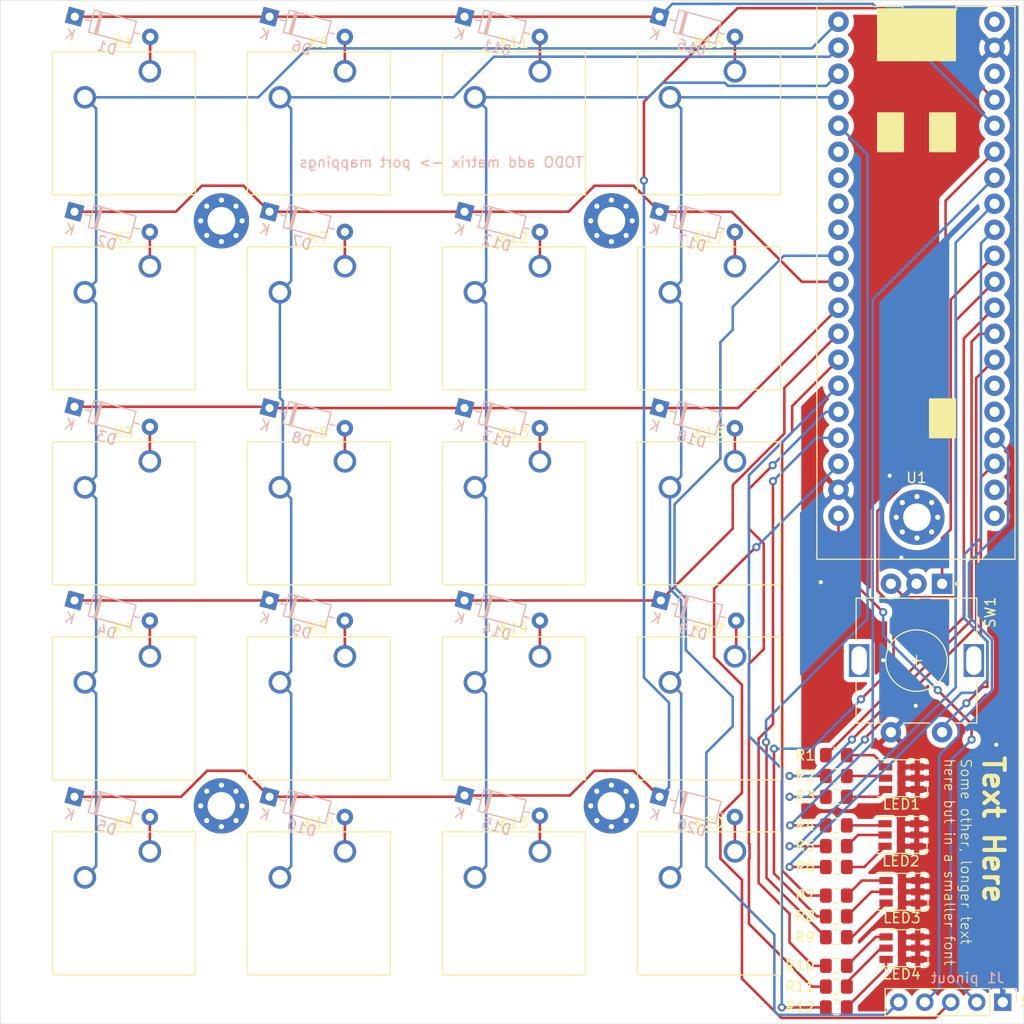
<source format=kicad_pcb>
(kicad_pcb (version 20171130) (host pcbnew 5.1.6-c6e7f7d~86~ubuntu18.04.1)
  (layers (0 F.Cu signal) (31 B.Cu signal) (34 B.Paste user) (35 F.Paste user) (36 B.SilkS user hide) (37 F.SilkS user hide) (38 B.Mask user hide) (39 F.Mask user hide) (44 Edge.Cuts user))
  (net 0 "")
  (net 1 "Net-(D1-Pad2)")
  (net 2 /row0)
  (net 3 "Net-(D2-Pad2)")
  (net 4 /row1)
  (net 5 "Net-(D3-Pad2)")
  (net 6 /row2)
  (net 7 "Net-(D4-Pad2)")
  (net 8 /row3)
  (net 9 "Net-(D5-Pad2)")
  (net 10 /row4)
  (net 11 "Net-(D6-Pad2)")
  (net 12 "Net-(D7-Pad2)")
  (net 13 "Net-(D8-Pad2)")
  (net 14 "Net-(D9-Pad2)")
  (net 15 "Net-(D10-Pad2)")
  (net 16 "Net-(D11-Pad2)")
  (net 17 "Net-(D12-Pad2)")
  (net 18 "Net-(D13-Pad2)")
  (net 19 "Net-(D14-Pad2)")
  (net 20 "Net-(D15-Pad2)")
  (net 21 "Net-(D16-Pad2)")
  (net 22 "Net-(D17-Pad2)")
  (net 23 "Net-(D18-Pad2)")
  (net 24 "Net-(D19-Pad2)")
  (net 25 "Net-(D20-Pad2)")
  (net 26 GND)
  (net 27 /TX1)
  (net 28 /PC15)
  (net 29 +5V)
  (net 30 +3V3)
  (net 31 /col0)
  (net 32 /col1)
  (net 33 /col2)
  (net 34 /col3)
  (net 35 "Net-(R1-Pad2)")
  (net 36 "Net-(R2-Pad2)")
  (net 37 "Net-(R3-Pad2)")
  (net 38 /PA8)
  (net 39 "Net-(R6-Pad2)")
  (net 40 "Net-(R7-Pad2)")
  (net 41 "Net-(R8-Pad2)")
  (net 42 "Net-(R10-Pad2)")
  (net 43 "Net-(R11-Pad2)")
  (net 44 /PB0)
  (net 45 "Net-(SW1-PadA)")
  (net 46 "Net-(SW1-PadB)")
  (net 47 /PC14)
  (net 48 "Net-(U1-Pad20)")
  (net 49 "Net-(U1-Pad19)")
  (net 50 "Net-(U1-Pad16)")
  (net 51 "Net-(U1-Pad15)")
  (net 52 "Net-(U1-Pad32)")
  (net 53 "Net-(U1-Pad33)")
  (net 54 "Net-(U1-Pad34)")
  (net 55 "Net-(U1-Pad35)")
  (net 56 "Net-(LED1-Pad6)")
  (net 57 "Net-(LED1-Pad5)")
  (net 58 "Net-(LED1-Pad4)")
  (net 59 "Net-(LED2-Pad6)")
  (net 60 "Net-(LED2-Pad5)")
  (net 61 "Net-(LED2-Pad4)")
  (net 62 "Net-(LED3-Pad6)")
  (net 63 "Net-(LED3-Pad5)")
  (net 64 "Net-(LED3-Pad4)")
  (net 65 "Net-(LED4-Pad6)")
  (net 66 "Net-(LED4-Pad5)")
  (net 67 "Net-(LED4-Pad4)")
  (net 68 "Net-(R5-Pad2)")
  (net 69 "Net-(R12-Pad2)")
  (module MountingHole:MountingHole_2.7mm_M2.5_Pad_Via (layer F.Cu) (at 114.046 71.501)
    (fp_text reference REF** hide)
    (fp_text value MountingHole_2.7mm_M2.5_Pad_Via)
    (pad 1 thru_hole circle (at 1.431891 -1.431891) (size 0.8 0.8) (drill 0.5) (layers *.Cu *.Mask))
    (pad 1 thru_hole circle (at 0 -2.025) (size 0.8 0.8) (drill 0.5) (layers *.Cu *.Mask))
    (pad 1 thru_hole circle (at -1.431891 -1.431891) (size 0.8 0.8) (drill 0.5) (layers *.Cu *.Mask))
    (pad 1 thru_hole circle (at -2.025 0) (size 0.8 0.8) (drill 0.5) (layers *.Cu *.Mask))
    (pad 1 thru_hole circle (at -1.431891 1.431891) (size 0.8 0.8) (drill 0.5) (layers *.Cu *.Mask))
    (pad 1 thru_hole circle (at 0 2.025) (size 0.8 0.8) (drill 0.5) (layers *.Cu *.Mask))
    (pad 1 thru_hole circle (at 1.431891 1.431891) (size 0.8 0.8) (drill 0.5) (layers *.Cu *.Mask))
    (pad 1 thru_hole circle (at 2.025 0) (size 0.8 0.8) (drill 0.5) (layers *.Cu *.Mask))
    (pad 1 thru_hole circle (at 0 0) (size 5.4 5.4) (drill 2.7) (layers *.Cu *.Mask))
  )
  (module MountingHole:MountingHole_2.7mm_M2.5_Pad_Via (layer F.Cu) (at 84.201 99.695)
    (fp_text reference REF** hide)
    (fp_text value MountingHole_2.7mm_M2.5_Pad_Via)
    (pad 1 thru_hole circle (at 0 0) (size 5.4 5.4) (drill 2.7) (layers *.Cu *.Mask))
    (pad 1 thru_hole circle (at 2.025 0) (size 0.8 0.8) (drill 0.5) (layers *.Cu *.Mask))
    (pad 1 thru_hole circle (at 1.431891 1.431891) (size 0.8 0.8) (drill 0.5) (layers *.Cu *.Mask))
    (pad 1 thru_hole circle (at 0 2.025) (size 0.8 0.8) (drill 0.5) (layers *.Cu *.Mask))
    (pad 1 thru_hole circle (at -1.431891 1.431891) (size 0.8 0.8) (drill 0.5) (layers *.Cu *.Mask))
    (pad 1 thru_hole circle (at -2.025 0) (size 0.8 0.8) (drill 0.5) (layers *.Cu *.Mask))
    (pad 1 thru_hole circle (at -1.431891 -1.431891) (size 0.8 0.8) (drill 0.5) (layers *.Cu *.Mask))
    (pad 1 thru_hole circle (at 0 -2.025) (size 0.8 0.8) (drill 0.5) (layers *.Cu *.Mask))
    (pad 1 thru_hole circle (at 1.431891 -1.431891) (size 0.8 0.8) (drill 0.5) (layers *.Cu *.Mask))
  )
  (module MountingHole:MountingHole_2.7mm_M2.5_Pad_Via (layer F.Cu) (at 84.201 42.545)
    (fp_text reference REF** hide)
    (fp_text value MountingHole_2.7mm_M2.5_Pad_Via)
    (pad 1 thru_hole circle (at 1.431891 -1.431891) (size 0.8 0.8) (drill 0.5) (layers *.Cu *.Mask))
    (pad 1 thru_hole circle (at 0 -2.025) (size 0.8 0.8) (drill 0.5) (layers *.Cu *.Mask))
    (pad 1 thru_hole circle (at -1.431891 -1.431891) (size 0.8 0.8) (drill 0.5) (layers *.Cu *.Mask))
    (pad 1 thru_hole circle (at -2.025 0) (size 0.8 0.8) (drill 0.5) (layers *.Cu *.Mask))
    (pad 1 thru_hole circle (at -1.431891 1.431891) (size 0.8 0.8) (drill 0.5) (layers *.Cu *.Mask))
    (pad 1 thru_hole circle (at 0 2.025) (size 0.8 0.8) (drill 0.5) (layers *.Cu *.Mask))
    (pad 1 thru_hole circle (at 1.431891 1.431891) (size 0.8 0.8) (drill 0.5) (layers *.Cu *.Mask))
    (pad 1 thru_hole circle (at 2.025 0) (size 0.8 0.8) (drill 0.5) (layers *.Cu *.Mask))
    (pad 1 thru_hole circle (at 0 0) (size 5.4 5.4) (drill 2.7) (layers *.Cu *.Mask))
  )
  (module MountingHole:MountingHole_2.7mm_M2.5_Pad_Via (layer F.Cu) (at 46.101 42.545)
    (fp_text reference REF** hide)
    (fp_text value MountingHole_2.7mm_M2.5_Pad_Via)
    (pad 1 thru_hole circle (at 0 0) (size 5.4 5.4) (drill 2.7) (layers *.Cu *.Mask))
    (pad 1 thru_hole circle (at 2.025 0) (size 0.8 0.8) (drill 0.5) (layers *.Cu *.Mask))
    (pad 1 thru_hole circle (at 1.431891 1.431891) (size 0.8 0.8) (drill 0.5) (layers *.Cu *.Mask))
    (pad 1 thru_hole circle (at 0 2.025) (size 0.8 0.8) (drill 0.5) (layers *.Cu *.Mask))
    (pad 1 thru_hole circle (at -1.431891 1.431891) (size 0.8 0.8) (drill 0.5) (layers *.Cu *.Mask))
    (pad 1 thru_hole circle (at -2.025 0) (size 0.8 0.8) (drill 0.5) (layers *.Cu *.Mask))
    (pad 1 thru_hole circle (at -1.431891 -1.431891) (size 0.8 0.8) (drill 0.5) (layers *.Cu *.Mask))
    (pad 1 thru_hole circle (at 0 -2.025) (size 0.8 0.8) (drill 0.5) (layers *.Cu *.Mask))
    (pad 1 thru_hole circle (at 1.431891 -1.431891) (size 0.8 0.8) (drill 0.5) (layers *.Cu *.Mask))
  )
  (module MountingHole:MountingHole_2.7mm_M2.5_Pad_Via (layer F.Cu) (at 46.101 99.695)
    (fp_text reference REF** hide)
    (fp_text value MountingHole_2.7mm_M2.5_Pad_Via)
    (pad 1 thru_hole circle (at 1.431891 -1.431891) (size 0.8 0.8) (drill 0.5) (layers *.Cu *.Mask))
    (pad 1 thru_hole circle (at 0 -2.025) (size 0.8 0.8) (drill 0.5) (layers *.Cu *.Mask))
    (pad 1 thru_hole circle (at -1.431891 -1.431891) (size 0.8 0.8) (drill 0.5) (layers *.Cu *.Mask))
    (pad 1 thru_hole circle (at -2.025 0) (size 0.8 0.8) (drill 0.5) (layers *.Cu *.Mask))
    (pad 1 thru_hole circle (at -1.431891 1.431891) (size 0.8 0.8) (drill 0.5) (layers *.Cu *.Mask))
    (pad 1 thru_hole circle (at 0 2.025) (size 0.8 0.8) (drill 0.5) (layers *.Cu *.Mask))
    (pad 1 thru_hole circle (at 1.431891 1.431891) (size 0.8 0.8) (drill 0.5) (layers *.Cu *.Mask))
    (pad 1 thru_hole circle (at 2.025 0) (size 0.8 0.8) (drill 0.5) (layers *.Cu *.Mask))
    (pad 1 thru_hole circle (at 0 0) (size 5.4 5.4) (drill 2.7) (layers *.Cu *.Mask))
  )
  (module LED_SMD:LED_RGB_PLCC-6 (layer F.Cu) (at 112.574 113.588 180)
    (fp_text reference LED4 (at 0 -2.55 180) (layer F.SilkS))
    (fp_text value LED_RGB)
    (pad 6 smd rect (at 1.55 -1.1 270) (size 0.7 1.3) (layers F.Cu F.Paste F.Mask) (net 65 "Net-(LED4-Pad6)"))
    (pad 5 smd rect (at 1.55 0 270) (size 0.7 1.3) (layers F.Cu F.Paste F.Mask) (net 66 "Net-(LED4-Pad5)"))
    (pad 4 smd rect (at 1.55 1.1 270) (size 0.7 1.3) (layers F.Cu F.Paste F.Mask) (net 67 "Net-(LED4-Pad4)"))
    (pad 3 smd rect (at -1.55 1.1 270) (size 0.7 1.3) (layers F.Cu F.Paste F.Mask) (net 26 GND))
    (pad 2 smd rect (at -1.55 0 270) (size 0.7 1.3) (layers F.Cu F.Paste F.Mask) (net 26 GND))
    (pad 1 smd rect (at -1.55 -1.1 270) (size 0.7 1.3) (layers F.Cu F.Paste F.Mask) (net 26 GND))
  )
  (module LED_SMD:LED_RGB_PLCC-6 (layer F.Cu) (at 112.574 108.088 180)
    (fp_text reference LED3 (at 0 -2.55 180) (layer F.SilkS))
    (fp_text value LED_RGB)
    (pad 6 smd rect (at 1.55 -1.1 270) (size 0.7 1.3) (layers F.Cu F.Paste F.Mask) (net 62 "Net-(LED3-Pad6)"))
    (pad 5 smd rect (at 1.55 0 270) (size 0.7 1.3) (layers F.Cu F.Paste F.Mask) (net 63 "Net-(LED3-Pad5)"))
    (pad 4 smd rect (at 1.55 1.1 270) (size 0.7 1.3) (layers F.Cu F.Paste F.Mask) (net 64 "Net-(LED3-Pad4)"))
    (pad 3 smd rect (at -1.55 1.1 270) (size 0.7 1.3) (layers F.Cu F.Paste F.Mask) (net 26 GND))
    (pad 2 smd rect (at -1.55 0 270) (size 0.7 1.3) (layers F.Cu F.Paste F.Mask) (net 26 GND))
    (pad 1 smd rect (at -1.55 -1.1 270) (size 0.7 1.3) (layers F.Cu F.Paste F.Mask) (net 26 GND))
  )
  (module LED_SMD:LED_RGB_PLCC-6 (layer F.Cu) (at 112.474 102.538 180)
    (fp_text reference LED2 (at 0 -2.55 180) (layer F.SilkS))
    (fp_text value LED_RGB)
    (pad 6 smd rect (at 1.55 -1.1 270) (size 0.7 1.3) (layers F.Cu F.Paste F.Mask) (net 59 "Net-(LED2-Pad6)"))
    (pad 5 smd rect (at 1.55 0 270) (size 0.7 1.3) (layers F.Cu F.Paste F.Mask) (net 60 "Net-(LED2-Pad5)"))
    (pad 4 smd rect (at 1.55 1.1 270) (size 0.7 1.3) (layers F.Cu F.Paste F.Mask) (net 61 "Net-(LED2-Pad4)"))
    (pad 3 smd rect (at -1.55 1.1 270) (size 0.7 1.3) (layers F.Cu F.Paste F.Mask) (net 26 GND))
    (pad 2 smd rect (at -1.55 0 270) (size 0.7 1.3) (layers F.Cu F.Paste F.Mask) (net 26 GND))
    (pad 1 smd rect (at -1.55 -1.1 270) (size 0.7 1.3) (layers F.Cu F.Paste F.Mask) (net 26 GND))
  )
  (module LED_SMD:LED_RGB_PLCC-6 (layer F.Cu) (at 112.524 96.988 180)
    (fp_text reference LED1 (at 0 -2.55 180) (layer F.SilkS))
    (fp_text value LED_RGB)
    (pad 6 smd rect (at 1.55 -1.1 270) (size 0.7 1.3) (layers F.Cu F.Paste F.Mask) (net 56 "Net-(LED1-Pad6)"))
    (pad 5 smd rect (at 1.55 0 270) (size 0.7 1.3) (layers F.Cu F.Paste F.Mask) (net 57 "Net-(LED1-Pad5)"))
    (pad 4 smd rect (at 1.55 1.1 270) (size 0.7 1.3) (layers F.Cu F.Paste F.Mask) (net 58 "Net-(LED1-Pad4)"))
    (pad 3 smd rect (at -1.55 1.1 270) (size 0.7 1.3) (layers F.Cu F.Paste F.Mask) (net 26 GND))
    (pad 2 smd rect (at -1.55 0 270) (size 0.7 1.3) (layers F.Cu F.Paste F.Mask) (net 26 GND))
    (pad 1 smd rect (at -1.55 -1.1 270) (size 0.7 1.3) (layers F.Cu F.Paste F.Mask) (net 26 GND))
  )
  (module PyPad_Footprints:BlackPill_F401RE (layer F.Cu) (at 114 48.5 270)
    (fp_text reference U1 (at 19.137 0 180) (layer F.SilkS))
    (fp_text value BlackPill_F401RE)
    (pad 20 thru_hole circle (at 22.86 -7.62 90) (size 2 2) (drill 1) (layers *.Cu *.Mask) (net 48 "Net-(U1-Pad20)"))
    (pad 21 thru_hole circle (at 22.86 7.62 90) (size 2 2) (drill 1) (layers *.Cu *.Mask) (net 30 +3V3))
    (pad 19 thru_hole circle (at 20.32 -7.62 90) (size 2 2) (drill 1) (layers *.Cu *.Mask) (net 49 "Net-(U1-Pad19)"))
    (pad 22 thru_hole circle (at 20.32 7.62 90) (size 2 2) (drill 1) (layers *.Cu *.Mask) (net 26 GND))
    (pad 18 thru_hole circle (at 17.78 -7.62 90) (size 2 2) (drill 1) (layers *.Cu *.Mask) (net 47 /PC14))
    (pad 23 thru_hole circle (at 17.78 7.62 90) (size 2 2) (drill 1) (layers *.Cu *.Mask) (net 29 +5V))
    (pad 17 thru_hole circle (at 15.24 -7.62 90) (size 2 2) (drill 1) (layers *.Cu *.Mask) (net 28 /PC15))
    (pad 24 thru_hole circle (at 15.24 7.62 90) (size 2 2) (drill 1) (layers *.Cu *.Mask) (net 42 "Net-(R10-Pad2)"))
    (pad 16 thru_hole circle (at 12.7 -7.62 90) (size 2 2) (drill 1) (layers *.Cu *.Mask) (net 50 "Net-(U1-Pad16)"))
    (pad 25 thru_hole circle (at 12.7 7.62 90) (size 2 2) (drill 1) (layers *.Cu *.Mask) (net 43 "Net-(R11-Pad2)"))
    (pad 15 thru_hole circle (at 10.16 -7.62 90) (size 2 2) (drill 1) (layers *.Cu *.Mask) (net 51 "Net-(U1-Pad15)"))
    (pad 26 thru_hole circle (at 10.16 7.62 90) (size 2 2) (drill 1) (layers *.Cu *.Mask) (net 69 "Net-(R12-Pad2)"))
    (pad 14 thru_hole circle (at 7.62 -7.62 90) (size 2 2) (drill 1) (layers *.Cu *.Mask) (net 37 "Net-(R3-Pad2)"))
    (pad 27 thru_hole circle (at 7.62 7.62 90) (size 2 2) (drill 1) (layers *.Cu *.Mask) (net 40 "Net-(R7-Pad2)"))
    (pad 13 thru_hole circle (at 5.08 -7.62 90) (size 2 2) (drill 1) (layers *.Cu *.Mask) (net 36 "Net-(R2-Pad2)"))
    (pad 28 thru_hole circle (at 5.08 7.62 90) (size 2 2) (drill 1) (layers *.Cu *.Mask) (net 8 /row3))
    (pad 12 thru_hole circle (at 2.54 -7.62 90) (size 2 2) (drill 1) (layers *.Cu *.Mask) (net 35 "Net-(R1-Pad2)"))
    (pad 29 thru_hole circle (at 2.54 7.62 90) (size 2 2) (drill 1) (layers *.Cu *.Mask) (net 6 /row2))
    (pad 11 thru_hole circle (at 0 -7.62 90) (size 2 2) (drill 1) (layers *.Cu *.Mask) (net 46 "Net-(SW1-PadB)"))
    (pad 30 thru_hole circle (at 0 7.62 90) (size 2 2) (drill 1) (layers *.Cu *.Mask) (net 4 /row1))
    (pad 10 thru_hole circle (at -2.54 -7.62 90) (size 2 2) (drill 1) (layers *.Cu *.Mask) (net 45 "Net-(SW1-PadA)"))
    (pad 31 thru_hole circle (at -2.54 7.62 90) (size 2 2) (drill 1) (layers *.Cu *.Mask) (net 27 /TX1))
    (pad 9 thru_hole circle (at -5.08 -7.62 90) (size 2 2) (drill 1) (layers *.Cu *.Mask) (net 39 "Net-(R6-Pad2)"))
    (pad 32 thru_hole circle (at -5.08 7.62 90) (size 2 2) (drill 1) (layers *.Cu *.Mask) (net 52 "Net-(U1-Pad32)"))
    (pad 8 thru_hole circle (at -7.62 -7.62 90) (size 2 2) (drill 1) (layers *.Cu *.Mask) (net 68 "Net-(R5-Pad2)"))
    (pad 33 thru_hole circle (at -7.62 7.62 90) (size 2 2) (drill 1) (layers *.Cu *.Mask) (net 53 "Net-(U1-Pad33)"))
    (pad 7 thru_hole circle (at -10.16 -7.62 90) (size 2 2) (drill 1) (layers *.Cu *.Mask) (net 44 /PB0))
    (pad 34 thru_hole circle (at -10.16 7.62 90) (size 2 2) (drill 1) (layers *.Cu *.Mask) (net 54 "Net-(U1-Pad34)"))
    (pad 6 thru_hole circle (at -12.7 -7.62 90) (size 2 2) (drill 1) (layers *.Cu *.Mask) (net 41 "Net-(R8-Pad2)"))
    (pad 35 thru_hole circle (at -12.7 7.62 90) (size 2 2) (drill 1) (layers *.Cu *.Mask) (net 55 "Net-(U1-Pad35)"))
    (pad 5 thru_hole circle (at -15.24 -7.62 90) (size 2 2) (drill 1) (layers *.Cu *.Mask) (net 2 /row0))
    (pad 36 thru_hole circle (at -15.24 7.62 90) (size 2 2) (drill 1) (layers *.Cu *.Mask) (net 38 /PA8))
    (pad 4 thru_hole circle (at -17.78 -7.62 90) (size 2 2) (drill 1) (layers *.Cu *.Mask) (net 10 /row4))
    (pad 37 thru_hole circle (at -17.78 7.62 90) (size 2 2) (drill 1) (layers *.Cu *.Mask) (net 34 /col3))
    (pad 3 thru_hole circle (at -20.32 -7.62 90) (size 2 2) (drill 1) (layers *.Cu *.Mask) (net 30 +3V3))
    (pad 38 thru_hole circle (at -20.32 7.62 90) (size 2 2) (drill 1) (layers *.Cu *.Mask) (net 33 /col2))
    (pad 2 thru_hole circle (at -22.86 -7.62 90) (size 2 2) (drill 1) (layers *.Cu *.Mask) (net 26 GND))
    (pad 39 thru_hole circle (at -22.86 7.62 90) (size 2 2) (drill 1) (layers *.Cu *.Mask) (net 32 /col1))
    (pad 1 thru_hole circle (at -25.4 -7.62 90) (size 2 2) (drill 1) (layers *.Cu *.Mask) (net 29 +5V))
    (pad 40 thru_hole circle (at -25.4 7.62 90) (size 2 2) (drill 1) (layers *.Cu *.Mask) (net 31 /col0))
  )
  (module Rotary_Encoder:RotaryEncoder_Alps_EC11E-Switch_Vertical_H20mm (layer F.Cu) (at 116.5 78 270)
    (fp_text reference SW1 (at 2.8 -4.7 90) (layer F.SilkS))
    (fp_text value Rotary_Encoder_Switch)
    (pad A thru_hole rect (at 0 0 270) (size 2 2) (drill 1) (layers *.Cu *.Mask) (net 45 "Net-(SW1-PadA)"))
    (pad C thru_hole circle (at 0 2.5 270) (size 2 2) (drill 1) (layers *.Cu *.Mask) (net 26 GND))
    (pad B thru_hole circle (at 0 5 270) (size 2 2) (drill 1) (layers *.Cu *.Mask) (net 46 "Net-(SW1-PadB)"))
    (pad MP thru_hole rect (at 7.5 -3.1 270) (size 3.2 2) (drill oval 2.8 1.5) (layers *.Cu *.Mask))
    (pad MP thru_hole rect (at 7.5 8.1 270) (size 3.2 2) (drill oval 2.8 1.5) (layers *.Cu *.Mask))
    (pad S2 thru_hole circle (at 14.5 0 270) (size 2 2) (drill 1) (layers *.Cu *.Mask) (net 47 /PC14))
    (pad S1 thru_hole circle (at 14.5 5 270) (size 2 2) (drill 1) (layers *.Cu *.Mask) (net 26 GND))
  )
  (module Resistor_SMD:R_0805_2012Metric_Pad1.15x1.40mm_HandSolder (layer F.Cu) (at 106.172 101.6 180)
    (fp_text reference R4 (at 3.048 0) (layer F.SilkS))
    (fp_text value R)
    (pad 2 smd roundrect (at 1.025 0 180) (size 1.15 1.4) (layers F.Cu F.Paste F.Mask) (roundrect_rratio 0.217391) (net 44 /PB0))
    (pad 1 smd roundrect (at -1.025 0 180) (size 1.15 1.4) (layers F.Cu F.Paste F.Mask) (roundrect_rratio 0.217391) (net 61 "Net-(LED2-Pad4)"))
  )
  (module Resistor_SMD:R_0805_2012Metric_Pad1.15x1.40mm_HandSolder (layer F.Cu) (at 106.172 94.742 180)
    (fp_text reference R1 (at 3.048 0) (layer F.SilkS))
    (fp_text value R)
    (pad 2 smd roundrect (at 1.025 0 180) (size 1.15 1.4) (layers F.Cu F.Paste F.Mask) (roundrect_rratio 0.217391) (net 35 "Net-(R1-Pad2)"))
    (pad 1 smd roundrect (at -1.025 0 180) (size 1.15 1.4) (layers F.Cu F.Paste F.Mask) (roundrect_rratio 0.217391) (net 58 "Net-(LED1-Pad4)"))
  )
  (module Resistor_SMD:R_0805_2012Metric_Pad1.15x1.40mm_HandSolder (layer F.Cu) (at 106.172 103.632 180)
    (fp_text reference R5 (at 3.048 0) (layer F.SilkS))
    (fp_text value R)
    (pad 2 smd roundrect (at 1.025 0 180) (size 1.15 1.4) (layers F.Cu F.Paste F.Mask) (roundrect_rratio 0.217391) (net 68 "Net-(R5-Pad2)"))
    (pad 1 smd roundrect (at -1.025 0 180) (size 1.15 1.4) (layers F.Cu F.Paste F.Mask) (roundrect_rratio 0.217391) (net 60 "Net-(LED2-Pad5)"))
  )
  (module Resistor_SMD:R_0805_2012Metric_Pad1.15x1.40mm_HandSolder (layer F.Cu) (at 106.172 96.774 180)
    (fp_text reference R2 (at 3.048 0) (layer F.SilkS))
    (fp_text value R)
    (pad 2 smd roundrect (at 1.025 0 180) (size 1.15 1.4) (layers F.Cu F.Paste F.Mask) (roundrect_rratio 0.217391) (net 36 "Net-(R2-Pad2)"))
    (pad 1 smd roundrect (at -1.025 0 180) (size 1.15 1.4) (layers F.Cu F.Paste F.Mask) (roundrect_rratio 0.217391) (net 57 "Net-(LED1-Pad5)"))
  )
  (module Resistor_SMD:R_0805_2012Metric_Pad1.15x1.40mm_HandSolder (layer F.Cu) (at 106.172 105.664 180)
    (fp_text reference R6 (at 3.048 0) (layer F.SilkS))
    (fp_text value R)
    (pad 2 smd roundrect (at 1.025 0 180) (size 1.15 1.4) (layers F.Cu F.Paste F.Mask) (roundrect_rratio 0.217391) (net 39 "Net-(R6-Pad2)"))
    (pad 1 smd roundrect (at -1.025 0 180) (size 1.15 1.4) (layers F.Cu F.Paste F.Mask) (roundrect_rratio 0.217391) (net 59 "Net-(LED2-Pad6)"))
  )
  (module Resistor_SMD:R_0805_2012Metric_Pad1.15x1.40mm_HandSolder (layer F.Cu) (at 106.172 98.806 180)
    (fp_text reference R3 (at 3.048 0) (layer F.SilkS))
    (fp_text value R)
    (pad 2 smd roundrect (at 1.025 0 180) (size 1.15 1.4) (layers F.Cu F.Paste F.Mask) (roundrect_rratio 0.217391) (net 37 "Net-(R3-Pad2)"))
    (pad 1 smd roundrect (at -1.025 0 180) (size 1.15 1.4) (layers F.Cu F.Paste F.Mask) (roundrect_rratio 0.217391) (net 56 "Net-(LED1-Pad6)"))
  )
  (module Resistor_SMD:R_0805_2012Metric_Pad1.15x1.40mm_HandSolder (layer F.Cu) (at 106.172 119.38 180)
    (fp_text reference R12 (at 3.556 0) (layer F.SilkS))
    (fp_text value R)
    (pad 2 smd roundrect (at 1.025 0 180) (size 1.15 1.4) (layers F.Cu F.Paste F.Mask) (roundrect_rratio 0.217391) (net 69 "Net-(R12-Pad2)"))
    (pad 1 smd roundrect (at -1.025 0 180) (size 1.15 1.4) (layers F.Cu F.Paste F.Mask) (roundrect_rratio 0.217391) (net 65 "Net-(LED4-Pad6)"))
  )
  (module Resistor_SMD:R_0805_2012Metric_Pad1.15x1.40mm_HandSolder (layer F.Cu) (at 106.172 112.522 180)
    (fp_text reference R9 (at 3.048 0) (layer F.SilkS))
    (fp_text value R)
    (pad 2 smd roundrect (at 1.025 0 180) (size 1.15 1.4) (layers F.Cu F.Paste F.Mask) (roundrect_rratio 0.217391) (net 38 /PA8))
    (pad 1 smd roundrect (at -1.025 0 180) (size 1.15 1.4) (layers F.Cu F.Paste F.Mask) (roundrect_rratio 0.217391) (net 62 "Net-(LED3-Pad6)"))
  )
  (module Resistor_SMD:R_0805_2012Metric_Pad1.15x1.40mm_HandSolder (layer F.Cu) (at 106.172 117.348 180)
    (fp_text reference R11 (at 3.556 0) (layer F.SilkS))
    (fp_text value R)
    (pad 2 smd roundrect (at 1.025 0 180) (size 1.15 1.4) (layers F.Cu F.Paste F.Mask) (roundrect_rratio 0.217391) (net 43 "Net-(R11-Pad2)"))
    (pad 1 smd roundrect (at -1.025 0 180) (size 1.15 1.4) (layers F.Cu F.Paste F.Mask) (roundrect_rratio 0.217391) (net 66 "Net-(LED4-Pad5)"))
  )
  (module Resistor_SMD:R_0805_2012Metric_Pad1.15x1.40mm_HandSolder (layer F.Cu) (at 106.172 110.49 180)
    (fp_text reference R8 (at 3.048 0) (layer F.SilkS))
    (fp_text value R)
    (pad 2 smd roundrect (at 1.025 0 180) (size 1.15 1.4) (layers F.Cu F.Paste F.Mask) (roundrect_rratio 0.217391) (net 41 "Net-(R8-Pad2)"))
    (pad 1 smd roundrect (at -1.025 0 180) (size 1.15 1.4) (layers F.Cu F.Paste F.Mask) (roundrect_rratio 0.217391) (net 63 "Net-(LED3-Pad5)"))
  )
  (module Resistor_SMD:R_0805_2012Metric_Pad1.15x1.40mm_HandSolder (layer F.Cu) (at 106.172 115.316 180)
    (fp_text reference R10 (at 3.556 0) (layer F.SilkS))
    (fp_text value R)
    (pad 2 smd roundrect (at 1.025 0 180) (size 1.15 1.4) (layers F.Cu F.Paste F.Mask) (roundrect_rratio 0.217391) (net 42 "Net-(R10-Pad2)"))
    (pad 1 smd roundrect (at -1.025 0 180) (size 1.15 1.4) (layers F.Cu F.Paste F.Mask) (roundrect_rratio 0.217391) (net 67 "Net-(LED4-Pad4)"))
  )
  (module Resistor_SMD:R_0805_2012Metric_Pad1.15x1.40mm_HandSolder (layer F.Cu) (at 106.172 108.458 180)
    (fp_text reference R7 (at 3.048 0) (layer F.SilkS))
    (fp_text value R)
    (pad 1 smd roundrect (at -1.025 0 180) (size 1.15 1.4) (layers F.Cu F.Paste F.Mask) (roundrect_rratio 0.217391) (net 64 "Net-(LED3-Pad4)"))
    (pad 2 smd roundrect (at 1.025 0 180) (size 1.15 1.4) (layers F.Cu F.Paste F.Mask) (roundrect_rratio 0.217391) (net 40 "Net-(R7-Pad2)"))
  )
  (module Button_Switch_Keyboard:SW_Cherry_MX_1.00u_PCB (layer F.Cu) (at 96.266 104.14)
    (fp_text reference K20 (at -2.54 -2.794) (layer F.SilkS))
    (fp_text value SW_SPST)
    (pad "" np_thru_hole circle (at 2.54 5.08) (size 1.7 1.7) (drill 1.7) (layers *.Cu *.Mask))
    (pad "" np_thru_hole circle (at -7.62 5.08) (size 1.7 1.7) (drill 1.7) (layers *.Cu *.Mask))
    (pad "" np_thru_hole circle (at -2.54 5.08) (size 4 4) (drill 4) (layers *.Cu *.Mask))
    (pad 2 thru_hole circle (at -6.35 2.54) (size 2.2 2.2) (drill 1.5) (layers *.Cu *.Mask) (net 34 /col3))
    (pad 1 thru_hole circle (at 0 0) (size 2.2 2.2) (drill 1.5) (layers *.Cu *.Mask) (net 25 "Net-(D20-Pad2)"))
  )
  (module Button_Switch_Keyboard:SW_Cherry_MX_1.00u_PCB (layer F.Cu) (at 96.266 85.09)
    (fp_text reference K19 (at -2.54 -2.794) (layer F.SilkS))
    (fp_text value SW_SPST)
    (pad "" np_thru_hole circle (at 2.54 5.08) (size 1.7 1.7) (drill 1.7) (layers *.Cu *.Mask))
    (pad "" np_thru_hole circle (at -7.62 5.08) (size 1.7 1.7) (drill 1.7) (layers *.Cu *.Mask))
    (pad "" np_thru_hole circle (at -2.54 5.08) (size 4 4) (drill 4) (layers *.Cu *.Mask))
    (pad 2 thru_hole circle (at -6.35 2.54) (size 2.2 2.2) (drill 1.5) (layers *.Cu *.Mask) (net 34 /col3))
    (pad 1 thru_hole circle (at 0 0) (size 2.2 2.2) (drill 1.5) (layers *.Cu *.Mask) (net 24 "Net-(D19-Pad2)"))
  )
  (module Button_Switch_Keyboard:SW_Cherry_MX_1.00u_PCB (layer F.Cu) (at 96.266 66.04)
    (fp_text reference K18 (at -2.54 -2.794) (layer F.SilkS))
    (fp_text value SW_SPST)
    (pad "" np_thru_hole circle (at 2.54 5.08) (size 1.7 1.7) (drill 1.7) (layers *.Cu *.Mask))
    (pad "" np_thru_hole circle (at -7.62 5.08) (size 1.7 1.7) (drill 1.7) (layers *.Cu *.Mask))
    (pad "" np_thru_hole circle (at -2.54 5.08) (size 4 4) (drill 4) (layers *.Cu *.Mask))
    (pad 2 thru_hole circle (at -6.35 2.54) (size 2.2 2.2) (drill 1.5) (layers *.Cu *.Mask) (net 34 /col3))
    (pad 1 thru_hole circle (at 0 0) (size 2.2 2.2) (drill 1.5) (layers *.Cu *.Mask) (net 23 "Net-(D18-Pad2)"))
  )
  (module Button_Switch_Keyboard:SW_Cherry_MX_1.00u_PCB (layer F.Cu) (at 96.266 46.99)
    (fp_text reference K17 (at -2.54 -2.794) (layer F.SilkS))
    (fp_text value SW_SPST)
    (pad "" np_thru_hole circle (at 2.54 5.08) (size 1.7 1.7) (drill 1.7) (layers *.Cu *.Mask))
    (pad "" np_thru_hole circle (at -7.62 5.08) (size 1.7 1.7) (drill 1.7) (layers *.Cu *.Mask))
    (pad "" np_thru_hole circle (at -2.54 5.08) (size 4 4) (drill 4) (layers *.Cu *.Mask))
    (pad 2 thru_hole circle (at -6.35 2.54) (size 2.2 2.2) (drill 1.5) (layers *.Cu *.Mask) (net 34 /col3))
    (pad 1 thru_hole circle (at 0 0) (size 2.2 2.2) (drill 1.5) (layers *.Cu *.Mask) (net 22 "Net-(D17-Pad2)"))
  )
  (module Button_Switch_Keyboard:SW_Cherry_MX_1.00u_PCB (layer F.Cu) (at 96.266 27.94)
    (fp_text reference K16 (at -2.54 -2.794) (layer F.SilkS))
    (fp_text value SW_SPST)
    (pad "" np_thru_hole circle (at 2.54 5.08) (size 1.7 1.7) (drill 1.7) (layers *.Cu *.Mask))
    (pad "" np_thru_hole circle (at -7.62 5.08) (size 1.7 1.7) (drill 1.7) (layers *.Cu *.Mask))
    (pad "" np_thru_hole circle (at -2.54 5.08) (size 4 4) (drill 4) (layers *.Cu *.Mask))
    (pad 2 thru_hole circle (at -6.35 2.54) (size 2.2 2.2) (drill 1.5) (layers *.Cu *.Mask) (net 34 /col3))
    (pad 1 thru_hole circle (at 0 0) (size 2.2 2.2) (drill 1.5) (layers *.Cu *.Mask) (net 21 "Net-(D16-Pad2)"))
  )
  (module Button_Switch_Keyboard:SW_Cherry_MX_1.00u_PCB (layer F.Cu) (at 77.216 104.14)
    (fp_text reference K15 (at -2.54 -2.794) (layer F.SilkS))
    (fp_text value SW_SPST)
    (pad "" np_thru_hole circle (at 2.54 5.08) (size 1.7 1.7) (drill 1.7) (layers *.Cu *.Mask))
    (pad "" np_thru_hole circle (at -7.62 5.08) (size 1.7 1.7) (drill 1.7) (layers *.Cu *.Mask))
    (pad "" np_thru_hole circle (at -2.54 5.08) (size 4 4) (drill 4) (layers *.Cu *.Mask))
    (pad 2 thru_hole circle (at -6.35 2.54) (size 2.2 2.2) (drill 1.5) (layers *.Cu *.Mask) (net 33 /col2))
    (pad 1 thru_hole circle (at 0 0) (size 2.2 2.2) (drill 1.5) (layers *.Cu *.Mask) (net 20 "Net-(D15-Pad2)"))
  )
  (module Button_Switch_Keyboard:SW_Cherry_MX_1.00u_PCB (layer F.Cu) (at 77.216 85.09)
    (fp_text reference K14 (at -2.54 -2.794) (layer F.SilkS))
    (fp_text value SW_SPST)
    (pad "" np_thru_hole circle (at 2.54 5.08) (size 1.7 1.7) (drill 1.7) (layers *.Cu *.Mask))
    (pad "" np_thru_hole circle (at -7.62 5.08) (size 1.7 1.7) (drill 1.7) (layers *.Cu *.Mask))
    (pad "" np_thru_hole circle (at -2.54 5.08) (size 4 4) (drill 4) (layers *.Cu *.Mask))
    (pad 2 thru_hole circle (at -6.35 2.54) (size 2.2 2.2) (drill 1.5) (layers *.Cu *.Mask) (net 33 /col2))
    (pad 1 thru_hole circle (at 0 0) (size 2.2 2.2) (drill 1.5) (layers *.Cu *.Mask) (net 19 "Net-(D14-Pad2)"))
  )
  (module Button_Switch_Keyboard:SW_Cherry_MX_1.00u_PCB (layer F.Cu) (at 77.216 66.04)
    (fp_text reference K13 (at -2.54 -2.794) (layer F.SilkS))
    (fp_text value SW_SPST)
    (pad "" np_thru_hole circle (at 2.54 5.08) (size 1.7 1.7) (drill 1.7) (layers *.Cu *.Mask))
    (pad "" np_thru_hole circle (at -7.62 5.08) (size 1.7 1.7) (drill 1.7) (layers *.Cu *.Mask))
    (pad "" np_thru_hole circle (at -2.54 5.08) (size 4 4) (drill 4) (layers *.Cu *.Mask))
    (pad 2 thru_hole circle (at -6.35 2.54) (size 2.2 2.2) (drill 1.5) (layers *.Cu *.Mask) (net 33 /col2))
    (pad 1 thru_hole circle (at 0 0) (size 2.2 2.2) (drill 1.5) (layers *.Cu *.Mask) (net 18 "Net-(D13-Pad2)"))
  )
  (module Button_Switch_Keyboard:SW_Cherry_MX_1.00u_PCB (layer F.Cu) (at 77.216 46.99)
    (fp_text reference K12 (at -2.54 -2.794) (layer F.SilkS))
    (fp_text value SW_SPST)
    (pad "" np_thru_hole circle (at 2.54 5.08) (size 1.7 1.7) (drill 1.7) (layers *.Cu *.Mask))
    (pad "" np_thru_hole circle (at -7.62 5.08) (size 1.7 1.7) (drill 1.7) (layers *.Cu *.Mask))
    (pad "" np_thru_hole circle (at -2.54 5.08) (size 4 4) (drill 4) (layers *.Cu *.Mask))
    (pad 2 thru_hole circle (at -6.35 2.54) (size 2.2 2.2) (drill 1.5) (layers *.Cu *.Mask) (net 33 /col2))
    (pad 1 thru_hole circle (at 0 0) (size 2.2 2.2) (drill 1.5) (layers *.Cu *.Mask) (net 17 "Net-(D12-Pad2)"))
  )
  (module Button_Switch_Keyboard:SW_Cherry_MX_1.00u_PCB (layer F.Cu) (at 77.216 27.94)
    (fp_text reference K11 (at -2.54 -2.794) (layer F.SilkS))
    (fp_text value SW_SPST)
    (pad "" np_thru_hole circle (at 2.54 5.08) (size 1.7 1.7) (drill 1.7) (layers *.Cu *.Mask))
    (pad "" np_thru_hole circle (at -7.62 5.08) (size 1.7 1.7) (drill 1.7) (layers *.Cu *.Mask))
    (pad "" np_thru_hole circle (at -2.54 5.08) (size 4 4) (drill 4) (layers *.Cu *.Mask))
    (pad 2 thru_hole circle (at -6.35 2.54) (size 2.2 2.2) (drill 1.5) (layers *.Cu *.Mask) (net 33 /col2))
    (pad 1 thru_hole circle (at 0 0) (size 2.2 2.2) (drill 1.5) (layers *.Cu *.Mask) (net 16 "Net-(D11-Pad2)"))
  )
  (module Button_Switch_Keyboard:SW_Cherry_MX_1.00u_PCB (layer F.Cu) (at 58.166 104.14)
    (fp_text reference K10 (at -2.54 -2.794) (layer F.SilkS))
    (fp_text value SW_SPST)
    (pad "" np_thru_hole circle (at 2.54 5.08) (size 1.7 1.7) (drill 1.7) (layers *.Cu *.Mask))
    (pad "" np_thru_hole circle (at -7.62 5.08) (size 1.7 1.7) (drill 1.7) (layers *.Cu *.Mask))
    (pad "" np_thru_hole circle (at -2.54 5.08) (size 4 4) (drill 4) (layers *.Cu *.Mask))
    (pad 2 thru_hole circle (at -6.35 2.54) (size 2.2 2.2) (drill 1.5) (layers *.Cu *.Mask) (net 32 /col1))
    (pad 1 thru_hole circle (at 0 0) (size 2.2 2.2) (drill 1.5) (layers *.Cu *.Mask) (net 15 "Net-(D10-Pad2)"))
  )
  (module Button_Switch_Keyboard:SW_Cherry_MX_1.00u_PCB (layer F.Cu) (at 58.166 85.09)
    (fp_text reference K9 (at -2.54 -2.794) (layer F.SilkS))
    (fp_text value SW_SPST)
    (pad "" np_thru_hole circle (at 2.54 5.08) (size 1.7 1.7) (drill 1.7) (layers *.Cu *.Mask))
    (pad "" np_thru_hole circle (at -7.62 5.08) (size 1.7 1.7) (drill 1.7) (layers *.Cu *.Mask))
    (pad "" np_thru_hole circle (at -2.54 5.08) (size 4 4) (drill 4) (layers *.Cu *.Mask))
    (pad 2 thru_hole circle (at -6.35 2.54) (size 2.2 2.2) (drill 1.5) (layers *.Cu *.Mask) (net 32 /col1))
    (pad 1 thru_hole circle (at 0 0) (size 2.2 2.2) (drill 1.5) (layers *.Cu *.Mask) (net 14 "Net-(D9-Pad2)"))
  )
  (module Button_Switch_Keyboard:SW_Cherry_MX_1.00u_PCB (layer F.Cu) (at 58.166 66.04)
    (fp_text reference K8 (at -2.54 -2.794) (layer F.SilkS))
    (fp_text value SW_SPST)
    (pad "" np_thru_hole circle (at 2.54 5.08) (size 1.7 1.7) (drill 1.7) (layers *.Cu *.Mask))
    (pad "" np_thru_hole circle (at -7.62 5.08) (size 1.7 1.7) (drill 1.7) (layers *.Cu *.Mask))
    (pad "" np_thru_hole circle (at -2.54 5.08) (size 4 4) (drill 4) (layers *.Cu *.Mask))
    (pad 2 thru_hole circle (at -6.35 2.54) (size 2.2 2.2) (drill 1.5) (layers *.Cu *.Mask) (net 32 /col1))
    (pad 1 thru_hole circle (at 0 0) (size 2.2 2.2) (drill 1.5) (layers *.Cu *.Mask) (net 13 "Net-(D8-Pad2)"))
  )
  (module Button_Switch_Keyboard:SW_Cherry_MX_1.00u_PCB (layer F.Cu) (at 58.166 46.99)
    (fp_text reference K7 (at -2.54 -2.794) (layer F.SilkS))
    (fp_text value SW_SPST)
    (pad "" np_thru_hole circle (at 2.54 5.08) (size 1.7 1.7) (drill 1.7) (layers *.Cu *.Mask))
    (pad "" np_thru_hole circle (at -7.62 5.08) (size 1.7 1.7) (drill 1.7) (layers *.Cu *.Mask))
    (pad "" np_thru_hole circle (at -2.54 5.08) (size 4 4) (drill 4) (layers *.Cu *.Mask))
    (pad 2 thru_hole circle (at -6.35 2.54) (size 2.2 2.2) (drill 1.5) (layers *.Cu *.Mask) (net 32 /col1))
    (pad 1 thru_hole circle (at 0 0) (size 2.2 2.2) (drill 1.5) (layers *.Cu *.Mask) (net 12 "Net-(D7-Pad2)"))
  )
  (module Button_Switch_Keyboard:SW_Cherry_MX_1.00u_PCB (layer F.Cu) (at 58.166 27.94)
    (fp_text reference K6 (at -2.54 -2.794) (layer F.SilkS))
    (fp_text value SW_SPST)
    (pad "" np_thru_hole circle (at 2.54 5.08) (size 1.7 1.7) (drill 1.7) (layers *.Cu *.Mask))
    (pad "" np_thru_hole circle (at -7.62 5.08) (size 1.7 1.7) (drill 1.7) (layers *.Cu *.Mask))
    (pad "" np_thru_hole circle (at -2.54 5.08) (size 4 4) (drill 4) (layers *.Cu *.Mask))
    (pad 2 thru_hole circle (at -6.35 2.54) (size 2.2 2.2) (drill 1.5) (layers *.Cu *.Mask) (net 32 /col1))
    (pad 1 thru_hole circle (at 0 0) (size 2.2 2.2) (drill 1.5) (layers *.Cu *.Mask) (net 11 "Net-(D6-Pad2)"))
  )
  (module Button_Switch_Keyboard:SW_Cherry_MX_1.00u_PCB (layer F.Cu) (at 39.116 104.14)
    (fp_text reference K5 (at -2.54 -2.794) (layer F.SilkS))
    (fp_text value SW_SPST)
    (pad "" np_thru_hole circle (at 2.54 5.08) (size 1.7 1.7) (drill 1.7) (layers *.Cu *.Mask))
    (pad "" np_thru_hole circle (at -7.62 5.08) (size 1.7 1.7) (drill 1.7) (layers *.Cu *.Mask))
    (pad "" np_thru_hole circle (at -2.54 5.08) (size 4 4) (drill 4) (layers *.Cu *.Mask))
    (pad 2 thru_hole circle (at -6.35 2.54) (size 2.2 2.2) (drill 1.5) (layers *.Cu *.Mask) (net 31 /col0))
    (pad 1 thru_hole circle (at 0 0) (size 2.2 2.2) (drill 1.5) (layers *.Cu *.Mask) (net 9 "Net-(D5-Pad2)"))
  )
  (module Button_Switch_Keyboard:SW_Cherry_MX_1.00u_PCB (layer F.Cu) (at 39.116 85.09)
    (fp_text reference K4 (at -2.54 -2.794) (layer F.SilkS))
    (fp_text value SW_SPST)
    (pad "" np_thru_hole circle (at 2.54 5.08) (size 1.7 1.7) (drill 1.7) (layers *.Cu *.Mask))
    (pad "" np_thru_hole circle (at -7.62 5.08) (size 1.7 1.7) (drill 1.7) (layers *.Cu *.Mask))
    (pad "" np_thru_hole circle (at -2.54 5.08) (size 4 4) (drill 4) (layers *.Cu *.Mask))
    (pad 2 thru_hole circle (at -6.35 2.54) (size 2.2 2.2) (drill 1.5) (layers *.Cu *.Mask) (net 31 /col0))
    (pad 1 thru_hole circle (at 0 0) (size 2.2 2.2) (drill 1.5) (layers *.Cu *.Mask) (net 7 "Net-(D4-Pad2)"))
  )
  (module Button_Switch_Keyboard:SW_Cherry_MX_1.00u_PCB (layer F.Cu) (at 39.116 66.04)
    (fp_text reference K3 (at -2.54 -2.794) (layer F.SilkS))
    (fp_text value SW_SPST)
    (pad "" np_thru_hole circle (at 2.54 5.08) (size 1.7 1.7) (drill 1.7) (layers *.Cu *.Mask))
    (pad "" np_thru_hole circle (at -7.62 5.08) (size 1.7 1.7) (drill 1.7) (layers *.Cu *.Mask))
    (pad "" np_thru_hole circle (at -2.54 5.08) (size 4 4) (drill 4) (layers *.Cu *.Mask))
    (pad 2 thru_hole circle (at -6.35 2.54) (size 2.2 2.2) (drill 1.5) (layers *.Cu *.Mask) (net 31 /col0))
    (pad 1 thru_hole circle (at 0 0) (size 2.2 2.2) (drill 1.5) (layers *.Cu *.Mask) (net 5 "Net-(D3-Pad2)"))
  )
  (module Button_Switch_Keyboard:SW_Cherry_MX_1.00u_PCB (layer F.Cu) (at 39.116 46.99)
    (fp_text reference K2 (at -2.54 -2.794) (layer F.SilkS))
    (fp_text value SW_SPST)
    (pad "" np_thru_hole circle (at 2.54 5.08) (size 1.7 1.7) (drill 1.7) (layers *.Cu *.Mask))
    (pad "" np_thru_hole circle (at -7.62 5.08) (size 1.7 1.7) (drill 1.7) (layers *.Cu *.Mask))
    (pad "" np_thru_hole circle (at -2.54 5.08) (size 4 4) (drill 4) (layers *.Cu *.Mask))
    (pad 2 thru_hole circle (at -6.35 2.54) (size 2.2 2.2) (drill 1.5) (layers *.Cu *.Mask) (net 31 /col0))
    (pad 1 thru_hole circle (at 0 0) (size 2.2 2.2) (drill 1.5) (layers *.Cu *.Mask) (net 3 "Net-(D2-Pad2)"))
  )
  (module Button_Switch_Keyboard:SW_Cherry_MX_1.00u_PCB (layer F.Cu) (at 39.116 27.94)
    (fp_text reference K1 (at -2.54 -2.794) (layer F.SilkS))
    (fp_text value SW_SPST)
    (pad "" np_thru_hole circle (at 2.54 5.08) (size 1.7 1.7) (drill 1.7) (layers *.Cu *.Mask))
    (pad "" np_thru_hole circle (at -7.62 5.08) (size 1.7 1.7) (drill 1.7) (layers *.Cu *.Mask))
    (pad "" np_thru_hole circle (at -2.54 5.08) (size 4 4) (drill 4) (layers *.Cu *.Mask))
    (pad 2 thru_hole circle (at -6.35 2.54) (size 2.2 2.2) (drill 1.5) (layers *.Cu *.Mask) (net 31 /col0))
    (pad 1 thru_hole circle (at 0 0) (size 2.2 2.2) (drill 1.5) (layers *.Cu *.Mask) (net 1 "Net-(D1-Pad2)"))
  )
  (module Connector_PinHeader_2.54mm:PinHeader_1x05_P2.54mm_Vertical (layer F.Cu) (at 122.428 118.872 270)
    (fp_text reference J1 (at 0 -2.33 90) (layer F.SilkS))
    (fp_text value Conn_01x05_Male)
    (pad 5 thru_hole oval (at 0 10.16 270) (size 1.7 1.7) (drill 1) (layers *.Cu *.Mask) (net 27 /TX1))
    (pad 4 thru_hole oval (at 0 7.62 270) (size 1.7 1.7) (drill 1) (layers *.Cu *.Mask) (net 28 /PC15))
    (pad 3 thru_hole oval (at 0 5.08 270) (size 1.7 1.7) (drill 1) (layers *.Cu *.Mask) (net 29 +5V))
    (pad 2 thru_hole oval (at 0 2.54 270) (size 1.7 1.7) (drill 1) (layers *.Cu *.Mask) (net 30 +3V3))
    (pad 1 thru_hole rect (at 0 0 270) (size 1.7 1.7) (drill 1) (layers *.Cu *.Mask) (net 26 GND))
  )
  (module Diode_THT:D_DO-35_SOD27_P7.62mm_Horizontal (layer B.Cu) (at 88.9 98.806 345)
    (fp_text reference D20 (at 3.81 2.12 165) (layer B.SilkS) (effects (justify mirror)))
    (fp_text value 1N4148)
    (fp_text user K (at 0 1.8 165) (layer B.SilkS) (effects (justify mirror)))
    (pad 2 thru_hole oval (at 7.62 0 345) (size 1.6 1.6) (drill 0.8) (layers *.Cu *.Mask) (net 25 "Net-(D20-Pad2)"))
    (pad 1 thru_hole rect (at 0 0 345) (size 1.6 1.6) (drill 0.8) (layers *.Cu *.Mask) (net 10 /row4))
  )
  (module Diode_THT:D_DO-35_SOD27_P7.62mm_Horizontal (layer B.Cu) (at 89.027 79.629 345)
    (fp_text reference D19 (at 3.81 2.12 165) (layer B.SilkS) (effects (justify mirror)))
    (fp_text value 1N4148)
    (fp_text user K (at 0 1.8 165) (layer B.SilkS) (effects (justify mirror)))
    (pad 2 thru_hole oval (at 7.62 0 345) (size 1.6 1.6) (drill 0.8) (layers *.Cu *.Mask) (net 24 "Net-(D19-Pad2)"))
    (pad 1 thru_hole rect (at 0 0 345) (size 1.6 1.6) (drill 0.8) (layers *.Cu *.Mask) (net 8 /row3))
  )
  (module Diode_THT:D_DO-35_SOD27_P7.62mm_Horizontal (layer B.Cu) (at 88.9 60.833 345)
    (fp_text reference D18 (at 3.81 2.12 165) (layer B.SilkS) (effects (justify mirror)))
    (fp_text value 1N4148)
    (fp_text user K (at 0 1.8 165) (layer B.SilkS) (effects (justify mirror)))
    (pad 2 thru_hole oval (at 7.62 0 345) (size 1.6 1.6) (drill 0.8) (layers *.Cu *.Mask) (net 23 "Net-(D18-Pad2)"))
    (pad 1 thru_hole rect (at 0 0 345) (size 1.6 1.6) (drill 0.8) (layers *.Cu *.Mask) (net 6 /row2))
  )
  (module Diode_THT:D_DO-35_SOD27_P7.62mm_Horizontal (layer B.Cu) (at 88.9 41.656 345)
    (fp_text reference D17 (at 3.81 2.12 165) (layer B.SilkS) (effects (justify mirror)))
    (fp_text value 1N4148)
    (fp_text user K (at 0 1.8 165) (layer B.SilkS) (effects (justify mirror)))
    (pad 2 thru_hole oval (at 7.62 0 345) (size 1.6 1.6) (drill 0.8) (layers *.Cu *.Mask) (net 22 "Net-(D17-Pad2)"))
    (pad 1 thru_hole rect (at 0 0 345) (size 1.6 1.6) (drill 0.8) (layers *.Cu *.Mask) (net 4 /row1))
  )
  (module Diode_THT:D_DO-35_SOD27_P7.62mm_Horizontal (layer B.Cu) (at 88.9 22.606 345)
    (fp_text reference D16 (at 3.81 2.12 165) (layer B.SilkS) (effects (justify mirror)))
    (fp_text value 1N4148)
    (fp_text user K (at 0 1.8 165) (layer B.SilkS) (effects (justify mirror)))
    (pad 2 thru_hole oval (at 7.62 0 345) (size 1.6 1.6) (drill 0.8) (layers *.Cu *.Mask) (net 21 "Net-(D16-Pad2)"))
    (pad 1 thru_hole rect (at 0 0 345) (size 1.6 1.6) (drill 0.8) (layers *.Cu *.Mask) (net 2 /row0))
  )
  (module Diode_THT:D_DO-35_SOD27_P7.62mm_Horizontal (layer B.Cu) (at 69.85 98.679 345)
    (fp_text reference D15 (at 3.81 2.12 165) (layer B.SilkS) (effects (justify mirror)))
    (fp_text value 1N4148)
    (fp_text user K (at 0 1.8 165) (layer B.SilkS) (effects (justify mirror)))
    (pad 2 thru_hole oval (at 7.62 0 345) (size 1.6 1.6) (drill 0.8) (layers *.Cu *.Mask) (net 20 "Net-(D15-Pad2)"))
    (pad 1 thru_hole rect (at 0 0 345) (size 1.6 1.6) (drill 0.8) (layers *.Cu *.Mask) (net 10 /row4))
  )
  (module Diode_THT:D_DO-35_SOD27_P7.62mm_Horizontal (layer B.Cu) (at 69.85 79.629 345)
    (fp_text reference D14 (at 3.81 2.12 165) (layer B.SilkS) (effects (justify mirror)))
    (fp_text value 1N4148)
    (fp_text user K (at 0 1.8 165) (layer B.SilkS) (effects (justify mirror)))
    (pad 2 thru_hole oval (at 7.62 0 345) (size 1.6 1.6) (drill 0.8) (layers *.Cu *.Mask) (net 19 "Net-(D14-Pad2)"))
    (pad 1 thru_hole rect (at 0 0 345) (size 1.6 1.6) (drill 0.8) (layers *.Cu *.Mask) (net 8 /row3))
  )
  (module Diode_THT:D_DO-35_SOD27_P7.62mm_Horizontal (layer B.Cu) (at 69.85 60.833 345)
    (fp_text reference D13 (at 3.81 2.12 165) (layer B.SilkS) (effects (justify mirror)))
    (fp_text value 1N4148)
    (fp_text user K (at 0 1.8 165) (layer B.SilkS) (effects (justify mirror)))
    (pad 2 thru_hole oval (at 7.62 0 345) (size 1.6 1.6) (drill 0.8) (layers *.Cu *.Mask) (net 18 "Net-(D13-Pad2)"))
    (pad 1 thru_hole rect (at 0 0 345) (size 1.6 1.6) (drill 0.8) (layers *.Cu *.Mask) (net 6 /row2))
  )
  (module Diode_THT:D_DO-35_SOD27_P7.62mm_Horizontal (layer B.Cu) (at 69.85 41.656 345)
    (fp_text reference D12 (at 3.81 2.12 165) (layer B.SilkS) (effects (justify mirror)))
    (fp_text value 1N4148)
    (fp_text user K (at 0 1.8 165) (layer B.SilkS) (effects (justify mirror)))
    (pad 2 thru_hole oval (at 7.62 0 345) (size 1.6 1.6) (drill 0.8) (layers *.Cu *.Mask) (net 17 "Net-(D12-Pad2)"))
    (pad 1 thru_hole rect (at 0 0 345) (size 1.6 1.6) (drill 0.8) (layers *.Cu *.Mask) (net 4 /row1))
  )
  (module Diode_THT:D_DO-35_SOD27_P7.62mm_Horizontal (layer B.Cu) (at 69.85 22.606 345)
    (fp_text reference D11 (at 3.81 2.12 165) (layer B.SilkS) (effects (justify mirror)))
    (fp_text value 1N4148)
    (fp_text user K (at 0 1.8 165) (layer B.SilkS) (effects (justify mirror)))
    (pad 2 thru_hole oval (at 7.62 0 345) (size 1.6 1.6) (drill 0.8) (layers *.Cu *.Mask) (net 16 "Net-(D11-Pad2)"))
    (pad 1 thru_hole rect (at 0 0 345) (size 1.6 1.6) (drill 0.8) (layers *.Cu *.Mask) (net 2 /row0))
  )
  (module Diode_THT:D_DO-35_SOD27_P7.62mm_Horizontal (layer B.Cu) (at 50.8 98.806 345)
    (fp_text reference D10 (at 3.81 2.12 165) (layer B.SilkS) (effects (justify mirror)))
    (fp_text value 1N4148)
    (fp_text user K (at 0 1.8 165) (layer B.SilkS) (effects (justify mirror)))
    (pad 2 thru_hole oval (at 7.62 0 345) (size 1.6 1.6) (drill 0.8) (layers *.Cu *.Mask) (net 15 "Net-(D10-Pad2)"))
    (pad 1 thru_hole rect (at 0 0 345) (size 1.6 1.6) (drill 0.8) (layers *.Cu *.Mask) (net 10 /row4))
  )
  (module Diode_THT:D_DO-35_SOD27_P7.62mm_Horizontal (layer B.Cu) (at 50.8 79.629 345)
    (fp_text reference D9 (at 3.81 2.12 165) (layer B.SilkS) (effects (justify mirror)))
    (fp_text value 1N4148)
    (fp_text user K (at 0 1.8 165) (layer B.SilkS) (effects (justify mirror)))
    (pad 2 thru_hole oval (at 7.62 0 345) (size 1.6 1.6) (drill 0.8) (layers *.Cu *.Mask) (net 14 "Net-(D9-Pad2)"))
    (pad 1 thru_hole rect (at 0 0 345) (size 1.6 1.6) (drill 0.8) (layers *.Cu *.Mask) (net 8 /row3))
  )
  (module Diode_THT:D_DO-35_SOD27_P7.62mm_Horizontal (layer B.Cu) (at 50.8 60.833 345)
    (fp_text reference D8 (at 3.81 2.12 165) (layer B.SilkS) (effects (justify mirror)))
    (fp_text value 1N4148)
    (fp_text user K (at 0 1.8 165) (layer B.SilkS) (effects (justify mirror)))
    (pad 2 thru_hole oval (at 7.62 0 345) (size 1.6 1.6) (drill 0.8) (layers *.Cu *.Mask) (net 13 "Net-(D8-Pad2)"))
    (pad 1 thru_hole rect (at 0 0 345) (size 1.6 1.6) (drill 0.8) (layers *.Cu *.Mask) (net 6 /row2))
  )
  (module Diode_THT:D_DO-35_SOD27_P7.62mm_Horizontal (layer B.Cu) (at 50.8 41.656 345)
    (fp_text reference D7 (at 3.81 2.12 165) (layer B.SilkS) (effects (justify mirror)))
    (fp_text value 1N4148)
    (fp_text user K (at 0 1.8 165) (layer B.SilkS) (effects (justify mirror)))
    (pad 2 thru_hole oval (at 7.62 0 345) (size 1.6 1.6) (drill 0.8) (layers *.Cu *.Mask) (net 12 "Net-(D7-Pad2)"))
    (pad 1 thru_hole rect (at 0 0 345) (size 1.6 1.6) (drill 0.8) (layers *.Cu *.Mask) (net 4 /row1))
  )
  (module Diode_THT:D_DO-35_SOD27_P7.62mm_Horizontal (layer B.Cu) (at 50.8 22.606 345)
    (fp_text reference D6 (at 3.81 2.12 165) (layer B.SilkS) (effects (justify mirror)))
    (fp_text value 1N4148)
    (fp_text user K (at 0 1.8 165) (layer B.SilkS) (effects (justify mirror)))
    (pad 2 thru_hole oval (at 7.62 0 345) (size 1.6 1.6) (drill 0.8) (layers *.Cu *.Mask) (net 11 "Net-(D6-Pad2)"))
    (pad 1 thru_hole rect (at 0 0 345) (size 1.6 1.6) (drill 0.8) (layers *.Cu *.Mask) (net 2 /row0))
  )
  (module Diode_THT:D_DO-35_SOD27_P7.62mm_Horizontal (layer B.Cu) (at 31.75 98.806 345)
    (fp_text reference D5 (at 3.81 2.12 165) (layer B.SilkS) (effects (justify mirror)))
    (fp_text value 1N4148)
    (fp_text user K (at 0 1.8 165) (layer B.SilkS) (effects (justify mirror)))
    (pad 1 thru_hole rect (at 0 0 345) (size 1.6 1.6) (drill 0.8) (layers *.Cu *.Mask) (net 10 /row4))
    (pad 2 thru_hole oval (at 7.62 0 345) (size 1.6 1.6) (drill 0.8) (layers *.Cu *.Mask) (net 9 "Net-(D5-Pad2)"))
  )
  (module Diode_THT:D_DO-35_SOD27_P7.62mm_Horizontal (layer B.Cu) (at 31.75 79.629 345)
    (fp_text reference D4 (at 3.81 2.12 345) (layer B.SilkS) (effects (justify mirror)))
    (fp_text value 1N4148)
    (fp_text user K (at 0 1.799999 345) (layer B.SilkS) (effects (justify mirror)))
    (pad 2 thru_hole oval (at 7.62 0 345) (size 1.6 1.6) (drill 0.8) (layers *.Cu *.Mask) (net 7 "Net-(D4-Pad2)"))
    (pad 1 thru_hole rect (at 0 0 345) (size 1.6 1.6) (drill 0.8) (layers *.Cu *.Mask) (net 8 /row3))
  )
  (module Diode_THT:D_DO-35_SOD27_P7.62mm_Horizontal (layer B.Cu) (at 31.75 60.706 345)
    (fp_text reference D3 (at 3.81 2.12 345) (layer B.SilkS) (effects (justify mirror)))
    (fp_text value 1N4148)
    (fp_text user K (at 0 1.799999 345) (layer B.SilkS) (effects (justify mirror)))
    (pad 2 thru_hole oval (at 7.62 0 345) (size 1.6 1.6) (drill 0.8) (layers *.Cu *.Mask) (net 5 "Net-(D3-Pad2)"))
    (pad 1 thru_hole rect (at 0 0 345) (size 1.6 1.6) (drill 0.8) (layers *.Cu *.Mask) (net 6 /row2))
  )
  (module Diode_THT:D_DO-35_SOD27_P7.62mm_Horizontal (layer B.Cu) (at 31.75 41.656 345)
    (fp_text reference D2 (at 3.81 2.12 345) (layer B.SilkS) (effects (justify mirror)))
    (fp_text value 1N4148)
    (fp_text user K (at 0 1.8 345) (layer B.SilkS) (effects (justify mirror)))
    (pad 2 thru_hole oval (at 7.62 0 345) (size 1.6 1.6) (drill 0.8) (layers *.Cu *.Mask) (net 3 "Net-(D2-Pad2)"))
    (pad 1 thru_hole rect (at 0 0 345) (size 1.6 1.6) (drill 0.8) (layers *.Cu *.Mask) (net 4 /row1))
  )
  (module Diode_THT:D_DO-35_SOD27_P7.62mm_Horizontal (layer B.Cu) (at 31.786 22.606 345)
    (fp_text reference D1 (at 3.81 2.12 345) (layer B.SilkS) (effects (justify mirror)))
    (fp_text value 1N4148)
    (fp_text user K (at 0 1.799999 345) (layer B.SilkS) (effects (justify mirror)))
    (pad 2 thru_hole oval (at 7.62 0 345) (size 1.6 1.6) (drill 0.8) (layers *.Cu *.Mask) (net 1 "Net-(D1-Pad2)"))
    (pad 1 thru_hole rect (at 0 0 345) (size 1.6 1.6) (drill 0.8) (layers *.Cu *.Mask) (net 2 /row0))
  )
  (gr_text "TODO add matrix -> port mappings" (at 67.564 36.83) (layer B.SilkS) (effects (font (size 1 1)) (justify mirror)))
  (gr_text "J1 pinout" (at 119 116.5) (layer B.SilkS) (effects (font (size 1 1)) (justify mirror)))
  (gr_text "Some other, longer text\nhere but in a smaller font" (at 118.024 95 270) (layer F.SilkS) (effects (font (size 1 1) (thickness 0.1)) (justify left)))
  (gr_text "Text Here" (at 121.524 102 270) (layer F.SilkS) (effects (font (size 2 2) (thickness 0.4))))
  (gr_line (start 24.5 121) (end 24.5 21) (layer Edge.Cuts) (width 0.05))
  (gr_line (start 124.5 121) (end 24.5 121) (layer Edge.Cuts) (width 0.05))
  (gr_line (start 124.5 21) (end 124.5 121) (layer Edge.Cuts) (width 0.05))
  (gr_line (start 24.5 21) (end 124.5 21) (layer Edge.Cuts) (width 0.05))
  (segment (start 39.146355 27.909645) (end 39.116 27.94) (width 0.25) (layer F.Cu) (net 1))
  (segment (start 39.146355 24.578201) (end 39.146355 27.909645) (width 0.25) (layer F.Cu) (net 1))
  (segment (start 31.786 22.606) (end 50.8 22.606) (width 0.25) (layer F.Cu) (net 2))
  (segment (start 50.8 22.606) (end 69.85 22.606) (width 0.25) (layer F.Cu) (net 2))
  (segment (start 69.85 22.606) (end 88.9 22.606) (width 0.25) (layer F.Cu) (net 2))
  (segment (start 109.71001 21.35001) (end 121.62 33.26) (width 0.25) (layer B.Cu) (net 2))
  (segment (start 90.15599 21.35001) (end 109.71001 21.35001) (width 0.25) (layer B.Cu) (net 2))
  (segment (start 88.9 22.606) (end 90.15599 21.35001) (width 0.25) (layer B.Cu) (net 2))
  (segment (start 39.110355 46.984355) (end 39.116 46.99) (width 0.25) (layer F.Cu) (net 3))
  (segment (start 39.110355 43.628201) (end 39.110355 46.984355) (width 0.25) (layer F.Cu) (net 3))
  (segment (start 31.75 41.656) (end 41.656 41.656) (width 0.25) (layer F.Cu) (net 4))
  (segment (start 41.656 41.656) (end 44.196 39.116) (width 0.25) (layer F.Cu) (net 4))
  (segment (start 48.26 39.116) (end 50.8 41.656) (width 0.25) (layer F.Cu) (net 4))
  (segment (start 44.196 39.116) (end 48.26 39.116) (width 0.25) (layer F.Cu) (net 4))
  (segment (start 50.8 41.656) (end 69.85 41.656) (width 0.25) (layer F.Cu) (net 4))
  (segment (start 69.85 41.656) (end 80.01 41.656) (width 0.25) (layer F.Cu) (net 4))
  (segment (start 80.01 41.656) (end 82.55 39.116) (width 0.25) (layer F.Cu) (net 4))
  (segment (start 86.36 39.116) (end 88.9 41.656) (width 0.25) (layer F.Cu) (net 4))
  (segment (start 82.55 39.116) (end 86.36 39.116) (width 0.25) (layer F.Cu) (net 4))
  (segment (start 102.797156 48.5) (end 106.38 48.5) (width 0.25) (layer F.Cu) (net 4))
  (segment (start 95.953156 41.656) (end 102.797156 48.5) (width 0.25) (layer F.Cu) (net 4))
  (segment (start 88.9 41.656) (end 95.953156 41.656) (width 0.25) (layer F.Cu) (net 4))
  (segment (start 39.110355 66.034355) (end 39.116 66.04) (width 0.25) (layer F.Cu) (net 5))
  (segment (start 39.110355 62.678201) (end 39.110355 66.034355) (width 0.25) (layer F.Cu) (net 5))
  (segment (start 50.673 60.706) (end 50.8 60.833) (width 0.25) (layer F.Cu) (net 6))
  (segment (start 31.75 60.706) (end 50.673 60.706) (width 0.25) (layer F.Cu) (net 6))
  (segment (start 50.8 60.833) (end 69.85 60.833) (width 0.25) (layer F.Cu) (net 6))
  (segment (start 69.85 60.833) (end 88.9 60.833) (width 0.25) (layer F.Cu) (net 6))
  (segment (start 96.587 60.833) (end 106.38 51.04) (width 0.25) (layer F.Cu) (net 6))
  (segment (start 88.9 60.833) (end 96.587 60.833) (width 0.25) (layer F.Cu) (net 6))
  (segment (start 39.110355 85.084355) (end 39.116 85.09) (width 0.25) (layer F.Cu) (net 7))
  (segment (start 39.110355 81.601201) (end 39.110355 85.084355) (width 0.25) (layer F.Cu) (net 7))
  (segment (start 31.75 79.629) (end 50.8 79.629) (width 0.25) (layer F.Cu) (net 8))
  (segment (start 50.8 79.629) (end 69.85 79.629) (width 0.25) (layer F.Cu) (net 8))
  (segment (start 69.85 79.629) (end 89.027 79.629) (width 0.25) (layer F.Cu) (net 8))
  (segment (start 96.051001 68.364001) (end 101.092 63.323002) (width 0.25) (layer F.Cu) (net 8))
  (segment (start 89.027 79.629) (end 96.051001 72.604999) (width 0.25) (layer F.Cu) (net 8))
  (segment (start 96.051001 72.604999) (end 96.051001 68.364001) (width 0.25) (layer F.Cu) (net 8))
  (segment (start 101.092 58.868) (end 106.38 53.58) (width 0.25) (layer F.Cu) (net 8))
  (segment (start 101.092 63.323002) (end 101.092 58.868) (width 0.25) (layer F.Cu) (net 8))
  (segment (start 39.110355 104.134355) (end 39.116 104.14) (width 0.25) (layer F.Cu) (net 9))
  (segment (start 39.110355 100.778201) (end 39.110355 104.134355) (width 0.25) (layer F.Cu) (net 9))
  (segment (start 31.75 98.806) (end 42.164 98.806) (width 0.25) (layer F.Cu) (net 10))
  (segment (start 42.164 98.806) (end 44.704 96.266) (width 0.25) (layer F.Cu) (net 10))
  (segment (start 48.26 96.266) (end 50.8 98.806) (width 0.25) (layer F.Cu) (net 10))
  (segment (start 44.704 96.266) (end 48.26 96.266) (width 0.25) (layer F.Cu) (net 10))
  (segment (start 69.723 98.806) (end 69.85 98.679) (width 0.25) (layer F.Cu) (net 10))
  (segment (start 50.8 98.806) (end 69.723 98.806) (width 0.25) (layer F.Cu) (net 10))
  (segment (start 69.85 98.679) (end 80.137 98.679) (width 0.25) (layer F.Cu) (net 10))
  (segment (start 80.137 98.679) (end 82.55 96.266) (width 0.25) (layer F.Cu) (net 10))
  (segment (start 86.36 96.266) (end 88.9 98.806) (width 0.25) (layer F.Cu) (net 10))
  (segment (start 82.55 96.266) (end 86.36 96.266) (width 0.25) (layer F.Cu) (net 10))
  (segment (start 89.821001 89.605999) (end 87.376 87.160998) (width 0.25) (layer B.Cu) (net 10))
  (segment (start 88.9 98.806) (end 89.821001 97.884999) (width 0.25) (layer B.Cu) (net 10))
  (segment (start 89.821001 97.884999) (end 89.821001 89.605999) (width 0.25) (layer B.Cu) (net 10))
  (segment (start 87.376 87.160998) (end 87.376 38.608) (width 0.25) (layer B.Cu) (net 10))
  (segment (start 87.376 38.608) (end 87.376 38.608) (width 0.25) (layer B.Cu) (net 10))
  (via (at 87.376 38.608) (size 0.8) (drill 0.4) (layers F.Cu B.Cu) (net 10))
  (segment (start 112.674999 21.774999) (end 121.62 30.72) (width 0.25) (layer F.Cu) (net 10))
  (segment (start 96.511999 21.774999) (end 112.674999 21.774999) (width 0.25) (layer F.Cu) (net 10))
  (segment (start 87.376 30.910998) (end 96.511999 21.774999) (width 0.25) (layer F.Cu) (net 10))
  (segment (start 87.376 38.608) (end 87.376 30.910998) (width 0.25) (layer F.Cu) (net 10))
  (segment (start 58.160355 27.934355) (end 58.166 27.94) (width 0.25) (layer F.Cu) (net 11))
  (segment (start 58.160355 24.578201) (end 58.160355 27.934355) (width 0.25) (layer F.Cu) (net 11))
  (segment (start 58.160355 46.984355) (end 58.166 46.99) (width 0.25) (layer F.Cu) (net 12))
  (segment (start 58.160355 43.628201) (end 58.160355 46.984355) (width 0.25) (layer F.Cu) (net 12))
  (segment (start 58.160355 66.034355) (end 58.166 66.04) (width 0.25) (layer F.Cu) (net 13))
  (segment (start 58.160355 62.805201) (end 58.160355 66.034355) (width 0.25) (layer F.Cu) (net 13))
  (segment (start 58.160355 85.084355) (end 58.166 85.09) (width 0.25) (layer F.Cu) (net 14))
  (segment (start 58.160355 81.601201) (end 58.160355 85.084355) (width 0.25) (layer F.Cu) (net 14))
  (segment (start 58.160355 104.134355) (end 58.166 104.14) (width 0.25) (layer F.Cu) (net 15))
  (segment (start 58.160355 100.778201) (end 58.160355 104.134355) (width 0.25) (layer F.Cu) (net 15))
  (segment (start 77.210355 27.934355) (end 77.216 27.94) (width 0.25) (layer F.Cu) (net 16))
  (segment (start 77.210355 24.578201) (end 77.210355 27.934355) (width 0.25) (layer F.Cu) (net 16))
  (segment (start 77.210355 46.984355) (end 77.216 46.99) (width 0.25) (layer F.Cu) (net 17))
  (segment (start 77.210355 43.628201) (end 77.210355 46.984355) (width 0.25) (layer F.Cu) (net 17))
  (segment (start 77.210355 66.034355) (end 77.216 66.04) (width 0.25) (layer F.Cu) (net 18))
  (segment (start 77.210355 62.805201) (end 77.210355 66.034355) (width 0.25) (layer F.Cu) (net 18))
  (segment (start 77.210355 85.084355) (end 77.216 85.09) (width 0.25) (layer F.Cu) (net 19))
  (segment (start 77.210355 81.601201) (end 77.210355 85.084355) (width 0.25) (layer F.Cu) (net 19))
  (segment (start 77.210355 104.134355) (end 77.216 104.14) (width 0.25) (layer F.Cu) (net 20))
  (segment (start 77.210355 100.651201) (end 77.210355 104.134355) (width 0.25) (layer F.Cu) (net 20))
  (segment (start 96.260355 27.934355) (end 96.266 27.94) (width 0.25) (layer F.Cu) (net 21))
  (segment (start 96.260355 24.578201) (end 96.260355 27.934355) (width 0.25) (layer F.Cu) (net 21))
  (segment (start 96.260355 46.984355) (end 96.266 46.99) (width 0.25) (layer F.Cu) (net 22))
  (segment (start 96.260355 43.628201) (end 96.260355 46.984355) (width 0.25) (layer F.Cu) (net 22))
  (segment (start 96.260355 66.034355) (end 96.266 66.04) (width 0.25) (layer F.Cu) (net 23))
  (segment (start 96.260355 62.805201) (end 96.260355 66.034355) (width 0.25) (layer F.Cu) (net 23))
  (segment (start 96.387355 84.968645) (end 96.266 85.09) (width 0.25) (layer F.Cu) (net 24))
  (segment (start 96.387355 81.601201) (end 96.387355 84.968645) (width 0.25) (layer F.Cu) (net 24))
  (segment (start 96.260355 104.134355) (end 96.266 104.14) (width 0.25) (layer F.Cu) (net 25))
  (segment (start 96.260355 100.778201) (end 96.260355 104.134355) (width 0.25) (layer F.Cu) (net 25))
  (via (at 113.919 89.916) (size 0.8) (drill 0.4) (layers F.Cu B.Cu) (net 26))
  (via (at 110.744 85.471) (size 0.8) (drill 0.4) (layers F.Cu B.Cu) (net 26))
  (via (at 104.648 77.851) (size 0.8) (drill 0.4) (layers F.Cu B.Cu) (net 26))
  (via (at 112.522 75.438) (size 0.8) (drill 0.4) (layers F.Cu B.Cu) (net 26))
  (via (at 111.379 67.437) (size 0.8) (drill 0.4) (layers F.Cu B.Cu) (net 26))
  (via (at 121.793 93.726) (size 0.8) (drill 0.4) (layers F.Cu B.Cu) (net 26))
  (segment (start 91.466009 84.469007) (end 96.051001 89.053999) (width 0.25) (layer B.Cu) (net 27))
  (segment (start 91.466009 79.426483) (end 91.466009 84.469007) (width 0.25) (layer B.Cu) (net 27))
  (segment (start 90.36601 78.326484) (end 91.466009 79.426483) (width 0.25) (layer B.Cu) (net 27))
  (segment (start 90.36601 70.238992) (end 90.36601 78.326484) (width 0.25) (layer B.Cu) (net 27))
  (segment (start 101.045 45.96) (end 96.051001 50.953999) (width 0.25) (layer B.Cu) (net 27))
  (segment (start 106.38 45.96) (end 101.045 45.96) (width 0.25) (layer B.Cu) (net 27))
  (segment (start 96.051001 50.953999) (end 96.051001 53.186001) (width 0.25) (layer B.Cu) (net 27))
  (segment (start 96.051001 53.186001) (end 94.842001 54.395001) (width 0.25) (layer B.Cu) (net 27))
  (segment (start 94.842001 54.395001) (end 94.842001 65.763001) (width 0.25) (layer B.Cu) (net 27))
  (segment (start 94.842001 65.763001) (end 90.36601 70.238992) (width 0.25) (layer B.Cu) (net 27))
  (segment (start 96.051001 91.146999) (end 96.051001 91.908999) (width 0.25) (layer B.Cu) (net 27))
  (segment (start 96.051001 91.908999) (end 93.472 94.488) (width 0.25) (layer B.Cu) (net 27))
  (segment (start 96.051001 91.146999) (end 96.051001 91.286001) (width 0.25) (layer B.Cu) (net 27))
  (segment (start 96.051001 89.053999) (end 96.051001 91.146999) (width 0.25) (layer B.Cu) (net 27))
  (segment (start 111.034999 120.105001) (end 112.268 118.872) (width 0.25) (layer B.Cu) (net 27))
  (segment (start 100.112999 112.266001) (end 100.112999 119.728001) (width 0.25) (layer B.Cu) (net 27))
  (segment (start 100.112999 119.728001) (end 100.489999 120.105001) (width 0.25) (layer B.Cu) (net 27))
  (segment (start 93.472 105.625002) (end 100.112999 112.266001) (width 0.25) (layer B.Cu) (net 27))
  (segment (start 100.489999 120.105001) (end 111.034999 120.105001) (width 0.25) (layer B.Cu) (net 27))
  (segment (start 93.472 94.488) (end 93.472 105.625002) (width 0.25) (layer B.Cu) (net 27))
  (segment (start 116.219002 94.742) (end 116.219002 117.460998) (width 0.25) (layer B.Cu) (net 28))
  (segment (start 118.11 92.851002) (end 116.219002 94.742) (width 0.25) (layer B.Cu) (net 28))
  (segment (start 118.11 91.694) (end 118.11 92.851002) (width 0.25) (layer B.Cu) (net 28))
  (segment (start 121.62 63.74) (end 122.945001 65.065001) (width 0.25) (layer B.Cu) (net 28))
  (segment (start 116.219002 117.460998) (end 114.808 118.872) (width 0.25) (layer B.Cu) (net 28))
  (segment (start 119.126 81.204588) (end 121.375011 83.453599) (width 0.25) (layer B.Cu) (net 28))
  (segment (start 121.375011 83.453599) (end 121.375011 88.428989) (width 0.25) (layer B.Cu) (net 28))
  (segment (start 121.375011 88.428989) (end 118.11 91.694) (width 0.25) (layer B.Cu) (net 28))
  (segment (start 119.126 81.204588) (end 119.126 75.946) (width 0.25) (layer B.Cu) (net 28))
  (segment (start 122.945001 72.126999) (end 122.945001 65.065001) (width 0.25) (layer B.Cu) (net 28))
  (segment (start 119.126 75.946) (end 122.945001 72.126999) (width 0.25) (layer B.Cu) (net 28))
  (via (at 98.355999 74.422) (size 0.8) (drill 0.4) (layers F.Cu B.Cu) (net 29))
  (segment (start 106.38 66.397999) (end 106.38 66.28) (width 0.25) (layer B.Cu) (net 29))
  (segment (start 98.355999 74.422) (end 106.38 66.397999) (width 0.25) (layer B.Cu) (net 29))
  (segment (start 96.950001 116.565003) (end 100.790008 120.40501) (width 0.25) (layer F.Cu) (net 29))
  (segment (start 96.950001 106.933003) (end 96.950001 116.565003) (width 0.25) (layer F.Cu) (net 29))
  (segment (start 94.840999 104.824001) (end 96.950001 106.933003) (width 0.25) (layer F.Cu) (net 29))
  (segment (start 94.840999 100.532555) (end 94.840999 104.824001) (width 0.25) (layer F.Cu) (net 29))
  (segment (start 115.81499 120.40501) (end 117.348 118.872) (width 0.25) (layer F.Cu) (net 29))
  (segment (start 98.355999 74.422) (end 98.298 74.422) (width 0.25) (layer F.Cu) (net 29))
  (segment (start 94.234 78.486) (end 94.234 85.167002) (width 0.25) (layer F.Cu) (net 29))
  (segment (start 96.950001 87.883003) (end 96.950001 98.423553) (width 0.25) (layer F.Cu) (net 29))
  (segment (start 100.790008 120.40501) (end 115.81499 120.40501) (width 0.25) (layer F.Cu) (net 29))
  (segment (start 96.950001 98.423553) (end 94.840999 100.532555) (width 0.25) (layer F.Cu) (net 29))
  (segment (start 98.298 74.422) (end 94.234 78.486) (width 0.25) (layer F.Cu) (net 29))
  (segment (start 94.234 85.167002) (end 96.950001 87.883003) (width 0.25) (layer F.Cu) (net 29))
  (segment (start 119.888 118.872) (end 117.348 116.332) (width 0.25) (layer B.Cu) (net 30))
  (segment (start 117.348 116.332) (end 117.348 115.316) (width 0.25) (layer B.Cu) (net 30))
  (segment (start 117.348 115.316) (end 117.348 95.25) (width 0.25) (layer B.Cu) (net 30))
  (via (at 119.38 93.218) (size 0.8) (drill 0.4) (layers F.Cu B.Cu) (net 30))
  (segment (start 117.348 95.25) (end 119.38 93.218) (width 0.25) (layer B.Cu) (net 30))
  (segment (start 119.38 93.218) (end 119.38 91.694) (width 0.25) (layer F.Cu) (net 30))
  (via (at 116.078 88.392) (size 0.8) (drill 0.4) (layers F.Cu B.Cu) (net 30))
  (segment (start 119.38 91.694) (end 116.078 88.392) (width 0.25) (layer F.Cu) (net 30))
  (segment (start 116.078 88.392) (end 113.03 85.344) (width 0.25) (layer B.Cu) (net 30))
  (segment (start 113.03 85.344) (end 110.744 83.058) (width 0.25) (layer B.Cu) (net 30))
  (via (at 110.744 80.772) (size 0.8) (drill 0.4) (layers F.Cu B.Cu) (net 30))
  (segment (start 110.744 83.058) (end 110.744 80.772) (width 0.25) (layer B.Cu) (net 30))
  (segment (start 106.38 76.408) (end 106.38 71.36) (width 0.25) (layer F.Cu) (net 30))
  (segment (start 110.744 80.772) (end 106.38 76.408) (width 0.25) (layer F.Cu) (net 30))
  (segment (start 33.865999 31.579999) (end 33.865999 48.430001) (width 0.25) (layer B.Cu) (net 31))
  (segment (start 33.865999 48.430001) (end 32.766 49.53) (width 0.25) (layer B.Cu) (net 31))
  (segment (start 32.766 30.48) (end 33.865999 31.579999) (width 0.25) (layer B.Cu) (net 31))
  (segment (start 33.865999 67.480001) (end 32.766 68.58) (width 0.25) (layer B.Cu) (net 31))
  (segment (start 33.865999 50.629999) (end 33.865999 67.480001) (width 0.25) (layer B.Cu) (net 31))
  (segment (start 32.766 49.53) (end 33.865999 50.629999) (width 0.25) (layer B.Cu) (net 31))
  (segment (start 33.865999 69.679999) (end 33.865999 86.530001) (width 0.25) (layer B.Cu) (net 31))
  (segment (start 33.865999 86.530001) (end 32.766 87.63) (width 0.25) (layer B.Cu) (net 31))
  (segment (start 32.766 68.58) (end 33.865999 69.679999) (width 0.25) (layer B.Cu) (net 31))
  (segment (start 33.865999 105.580001) (end 32.766 106.68) (width 0.25) (layer B.Cu) (net 31))
  (segment (start 33.865999 88.729999) (end 33.865999 105.580001) (width 0.25) (layer B.Cu) (net 31))
  (segment (start 32.766 87.63) (end 33.865999 88.729999) (width 0.25) (layer B.Cu) (net 31))
  (segment (start 103.776798 25.703202) (end 106.38 23.1) (width 0.25) (layer B.Cu) (net 31))
  (segment (start 54.483796 25.703202) (end 103.776798 25.703202) (width 0.25) (layer B.Cu) (net 31))
  (segment (start 49.706998 30.48) (end 54.483796 25.703202) (width 0.25) (layer B.Cu) (net 31))
  (segment (start 32.766 30.48) (end 49.706998 30.48) (width 0.25) (layer B.Cu) (net 31))
  (segment (start 52.915999 48.430001) (end 51.816 49.53) (width 0.25) (layer B.Cu) (net 32))
  (segment (start 52.915999 31.579999) (end 52.915999 48.430001) (width 0.25) (layer B.Cu) (net 32))
  (segment (start 51.816 30.48) (end 52.915999 31.579999) (width 0.25) (layer B.Cu) (net 32))
  (segment (start 52.104806 60.13269) (end 52.104806 68.291194) (width 0.25) (layer B.Cu) (net 32))
  (segment (start 51.816 59.843884) (end 52.104806 60.13269) (width 0.25) (layer B.Cu) (net 32))
  (segment (start 52.104806 68.291194) (end 51.816 68.58) (width 0.25) (layer B.Cu) (net 32))
  (segment (start 51.816 49.53) (end 51.816 59.843884) (width 0.25) (layer B.Cu) (net 32))
  (segment (start 52.915999 86.530001) (end 51.816 87.63) (width 0.25) (layer B.Cu) (net 32))
  (segment (start 52.915999 69.679999) (end 52.915999 86.530001) (width 0.25) (layer B.Cu) (net 32))
  (segment (start 51.816 68.58) (end 52.915999 69.679999) (width 0.25) (layer B.Cu) (net 32))
  (segment (start 52.915999 105.580001) (end 51.816 106.68) (width 0.25) (layer B.Cu) (net 32))
  (segment (start 52.915999 88.729999) (end 52.915999 105.580001) (width 0.25) (layer B.Cu) (net 32))
  (segment (start 51.816 87.63) (end 52.915999 88.729999) (width 0.25) (layer B.Cu) (net 32))
  (segment (start 105.505001 26.514999) (end 106.38 25.64) (width 0.25) (layer B.Cu) (net 32))
  (segment (start 72.721999 26.514999) (end 105.505001 26.514999) (width 0.25) (layer B.Cu) (net 32))
  (segment (start 68.756998 30.48) (end 72.721999 26.514999) (width 0.25) (layer B.Cu) (net 32))
  (segment (start 51.816 30.48) (end 68.756998 30.48) (width 0.25) (layer B.Cu) (net 32))
  (segment (start 71.965999 48.430001) (end 70.866 49.53) (width 0.25) (layer B.Cu) (net 33))
  (segment (start 71.965999 31.579999) (end 71.965999 48.430001) (width 0.25) (layer B.Cu) (net 33))
  (segment (start 70.866 30.48) (end 71.965999 31.579999) (width 0.25) (layer B.Cu) (net 33))
  (segment (start 71.965999 50.629999) (end 71.965999 67.480001) (width 0.25) (layer B.Cu) (net 33))
  (segment (start 71.965999 67.480001) (end 70.866 68.58) (width 0.25) (layer B.Cu) (net 33))
  (segment (start 70.866 49.53) (end 71.965999 50.629999) (width 0.25) (layer B.Cu) (net 33))
  (segment (start 71.965999 69.679999) (end 71.965999 86.530001) (width 0.25) (layer B.Cu) (net 33))
  (segment (start 71.965999 86.530001) (end 70.866 87.63) (width 0.25) (layer B.Cu) (net 33))
  (segment (start 70.866 68.58) (end 71.965999 69.679999) (width 0.25) (layer B.Cu) (net 33))
  (segment (start 71.965999 105.580001) (end 70.866 106.68) (width 0.25) (layer B.Cu) (net 33))
  (segment (start 71.965999 88.729999) (end 71.965999 105.580001) (width 0.25) (layer B.Cu) (net 33))
  (segment (start 70.866 87.63) (end 71.965999 88.729999) (width 0.25) (layer B.Cu) (net 33))
  (segment (start 95.581999 29.365001) (end 105.194999 29.365001) (width 0.25) (layer B.Cu) (net 33))
  (segment (start 105.194999 29.365001) (end 106.38 28.18) (width 0.25) (layer B.Cu) (net 33))
  (segment (start 89.231999 29.054999) (end 95.271997 29.054999) (width 0.25) (layer B.Cu) (net 33))
  (segment (start 95.271997 29.054999) (end 95.581999 29.365001) (width 0.25) (layer B.Cu) (net 33))
  (segment (start 87.806998 30.48) (end 89.231999 29.054999) (width 0.25) (layer B.Cu) (net 33))
  (segment (start 70.866 30.48) (end 87.806998 30.48) (width 0.25) (layer B.Cu) (net 33))
  (segment (start 91.015999 48.430001) (end 89.916 49.53) (width 0.25) (layer B.Cu) (net 34))
  (segment (start 91.015999 31.579999) (end 91.015999 48.430001) (width 0.25) (layer B.Cu) (net 34))
  (segment (start 89.916 30.48) (end 91.015999 31.579999) (width 0.25) (layer B.Cu) (net 34))
  (segment (start 91.015999 67.480001) (end 89.916 68.58) (width 0.25) (layer B.Cu) (net 34))
  (segment (start 91.015999 50.629999) (end 91.015999 67.480001) (width 0.25) (layer B.Cu) (net 34))
  (segment (start 89.916 49.53) (end 91.015999 50.629999) (width 0.25) (layer B.Cu) (net 34))
  (segment (start 91.015999 86.530001) (end 89.916 87.63) (width 0.25) (layer B.Cu) (net 34))
  (segment (start 91.015999 79.612883) (end 91.015999 86.530001) (width 0.25) (layer B.Cu) (net 34))
  (segment (start 89.916 78.512884) (end 91.015999 79.612883) (width 0.25) (layer B.Cu) (net 34))
  (segment (start 89.916 68.58) (end 89.916 78.512884) (width 0.25) (layer B.Cu) (net 34))
  (segment (start 91.015999 105.580001) (end 89.916 106.68) (width 0.25) (layer B.Cu) (net 34))
  (segment (start 91.015999 88.729999) (end 91.015999 105.580001) (width 0.25) (layer B.Cu) (net 34))
  (segment (start 89.916 87.63) (end 91.015999 88.729999) (width 0.25) (layer B.Cu) (net 34))
  (segment (start 106.14 30.48) (end 106.38 30.72) (width 0.25) (layer B.Cu) (net 34))
  (segment (start 89.916 30.48) (end 106.14 30.48) (width 0.25) (layer B.Cu) (net 34))
  (segment (start 105.147 94.742) (end 118.618 81.271) (width 0.25) (layer F.Cu) (net 35))
  (segment (start 118.618 54.042) (end 121.62 51.04) (width 0.25) (layer F.Cu) (net 35))
  (segment (start 118.618 81.271) (end 118.618 54.042) (width 0.25) (layer F.Cu) (net 35))
  (segment (start 121.62 53.58) (end 120.156 53.58) (width 0.25) (layer F.Cu) (net 36))
  (segment (start 120.156 53.58) (end 119.38 54.356) (width 0.25) (layer F.Cu) (net 36))
  (segment (start 119.38 54.356) (end 119.38 81.534) (width 0.25) (layer F.Cu) (net 36))
  (segment (start 119.38 81.534) (end 112.014 88.9) (width 0.25) (layer F.Cu) (net 36))
  (segment (start 112.014 88.9) (end 107.696153 93.217847) (width 0.25) (layer F.Cu) (net 36))
  (via (at 107.696153 93.218153) (size 0.8) (drill 0.4) (layers F.Cu B.Cu) (net 36))
  (segment (start 107.696153 93.217847) (end 107.696153 93.218153) (width 0.25) (layer F.Cu) (net 36))
  (segment (start 107.696153 93.218153) (end 104.140306 96.774) (width 0.25) (layer B.Cu) (net 36))
  (via (at 101.6 96.774) (size 0.8) (drill 0.4) (layers F.Cu B.Cu) (net 36))
  (segment (start 104.140306 96.774) (end 101.6 96.774) (width 0.25) (layer B.Cu) (net 36))
  (segment (start 101.6 96.774) (end 105.147 96.774) (width 0.25) (layer F.Cu) (net 36))
  (segment (start 119.83001 82.208988) (end 108.966 93.072998) (width 0.25) (layer F.Cu) (net 37))
  (segment (start 121.62 56.12) (end 119.83001 57.90999) (width 0.25) (layer F.Cu) (net 37))
  (segment (start 119.83001 57.90999) (end 119.83001 82.208988) (width 0.25) (layer F.Cu) (net 37))
  (via (at 108.966 93.218) (size 0.8) (drill 0.4) (layers F.Cu B.Cu) (net 37))
  (segment (start 108.966 93.072998) (end 108.966 93.218) (width 0.25) (layer F.Cu) (net 37))
  (segment (start 108.966 93.218) (end 103.378 98.806) (width 0.25) (layer B.Cu) (net 37))
  (via (at 101.6 98.806) (size 0.8) (drill 0.4) (layers F.Cu B.Cu) (net 37))
  (segment (start 103.378 98.806) (end 101.6 98.806) (width 0.25) (layer B.Cu) (net 37))
  (segment (start 101.6 98.806) (end 105.147 98.806) (width 0.25) (layer F.Cu) (net 37))
  (segment (start 99.350999 106.725999) (end 99.350999 93.508999) (width 0.25) (layer F.Cu) (net 38))
  (segment (start 105.147 112.522) (end 99.350999 106.725999) (width 0.25) (layer F.Cu) (net 38))
  (via (at 99.30456 93.470695) (size 0.8) (drill 0.4) (layers F.Cu B.Cu) (net 38))
  (segment (start 99.350999 93.508999) (end 99.312695 93.470695) (width 0.25) (layer F.Cu) (net 38))
  (segment (start 99.312695 93.470695) (end 99.30456 93.470695) (width 0.25) (layer F.Cu) (net 38))
  (segment (start 99.30456 91.345001) (end 109.22 81.429561) (width 0.25) (layer B.Cu) (net 38))
  (segment (start 99.30456 93.470695) (end 99.30456 91.345001) (width 0.25) (layer B.Cu) (net 38))
  (segment (start 109.22 36.1) (end 106.38 33.26) (width 0.25) (layer B.Cu) (net 38))
  (segment (start 109.22 81.429561) (end 109.22 36.1) (width 0.25) (layer B.Cu) (net 38))
  (via (at 101.6 105.664) (size 0.8) (drill 0.4) (layers F.Cu B.Cu) (net 39))
  (segment (start 101.6 105.664) (end 105.147 105.664) (width 0.25) (layer F.Cu) (net 39))
  (segment (start 118.392998 88.646) (end 101.6 105.438998) (width 0.25) (layer B.Cu) (net 39))
  (segment (start 119.639002 88.646) (end 118.392998 88.646) (width 0.25) (layer B.Cu) (net 39))
  (segment (start 120.925001 87.360001) (end 119.639002 88.646) (width 0.25) (layer B.Cu) (net 39))
  (segment (start 120.294999 44.745001) (end 120.294999 73.507001) (width 0.25) (layer B.Cu) (net 39))
  (segment (start 120.294999 73.507001) (end 118.67599 75.12601) (width 0.25) (layer B.Cu) (net 39))
  (segment (start 118.67599 75.12601) (end 118.675991 81.390989) (width 0.25) (layer B.Cu) (net 39))
  (segment (start 101.6 105.438998) (end 101.6 105.664) (width 0.25) (layer B.Cu) (net 39))
  (segment (start 121.62 43.42) (end 120.294999 44.745001) (width 0.25) (layer B.Cu) (net 39))
  (segment (start 118.675991 81.390989) (end 120.925001 83.639999) (width 0.25) (layer B.Cu) (net 39))
  (segment (start 120.925001 83.639999) (end 120.925001 87.360001) (width 0.25) (layer B.Cu) (net 39))
  (segment (start 100.874999 64.176413) (end 101.854 63.197412) (width 0.25) (layer F.Cu) (net 40))
  (segment (start 100.874999 106.012001) (end 100.874999 64.176413) (width 0.25) (layer F.Cu) (net 40))
  (segment (start 105.147 108.458) (end 103.320998 108.458) (width 0.25) (layer F.Cu) (net 40))
  (segment (start 103.320998 108.458) (end 100.874999 106.012001) (width 0.25) (layer F.Cu) (net 40))
  (segment (start 101.854 60.646) (end 106.38 56.12) (width 0.25) (layer F.Cu) (net 40))
  (segment (start 101.854 63.197412) (end 101.854 60.646) (width 0.25) (layer F.Cu) (net 40))
  (segment (start 105.147 110.49) (end 104.572 110.49) (width 0.25) (layer F.Cu) (net 41))
  (via (at 100.076 94.107) (size 0.8) (drill 0.4) (layers F.Cu B.Cu) (net 41))
  (segment (start 100.076 94.107) (end 103.759 94.107) (width 0.25) (layer B.Cu) (net 41))
  (via (at 108.585 89.281) (size 0.8) (drill 0.4) (layers F.Cu B.Cu) (net 41))
  (segment (start 103.759 94.107) (end 108.585 89.281) (width 0.25) (layer B.Cu) (net 41))
  (segment (start 108.585 89.281) (end 111.76 86.106) (width 0.25) (layer F.Cu) (net 41))
  (segment (start 111.76 80.264) (end 110.174999 78.678999) (width 0.25) (layer F.Cu) (net 41))
  (segment (start 110.174999 78.678999) (end 110.174999 70.894999) (width 0.25) (layer F.Cu) (net 41))
  (segment (start 116.84 40.58) (end 121.62 35.8) (width 0.25) (layer F.Cu) (net 41))
  (segment (start 110.174999 70.894999) (end 116.84 64.229998) (width 0.25) (layer F.Cu) (net 41))
  (segment (start 111.76 86.106) (end 111.76 80.264) (width 0.25) (layer F.Cu) (net 41))
  (segment (start 116.84 64.229998) (end 116.84 40.58) (width 0.25) (layer F.Cu) (net 41))
  (segment (start 104.267 110.49) (end 105.147 110.49) (width 0.25) (layer F.Cu) (net 41))
  (segment (start 100.076 94.107) (end 100.076 106.299) (width 0.25) (layer F.Cu) (net 41))
  (segment (start 100.076 106.299) (end 104.267 110.49) (width 0.25) (layer F.Cu) (net 41))
  (via (at 99.981001 67.977001) (size 0.8) (drill 0.4) (layers F.Cu B.Cu) (net 42))
  (segment (start 104.218002 63.74) (end 99.981001 67.977001) (width 0.25) (layer B.Cu) (net 42))
  (segment (start 106.38 63.74) (end 104.218002 63.74) (width 0.25) (layer B.Cu) (net 42))
  (segment (start 103.886 115.316) (end 105.147 115.316) (width 0.25) (layer F.Cu) (net 42))
  (segment (start 99.981001 91.721252) (end 98.579559 93.122694) (width 0.25) (layer F.Cu) (net 42))
  (segment (start 99.981001 67.977001) (end 99.981001 91.721252) (width 0.25) (layer F.Cu) (net 42))
  (segment (start 98.579559 93.122694) (end 98.579559 107.215559) (width 0.25) (layer F.Cu) (net 42))
  (segment (start 101.6 110.236) (end 101.6 113.03) (width 0.25) (layer F.Cu) (net 42))
  (segment (start 98.579559 107.215559) (end 101.6 110.236) (width 0.25) (layer F.Cu) (net 42))
  (segment (start 101.6 113.03) (end 103.886 115.316) (width 0.25) (layer F.Cu) (net 42))
  (segment (start 97.630999 85.834003) (end 97.691001 85.774001) (width 0.25) (layer F.Cu) (net 43))
  (via (at 99.949 66.421) (size 0.8) (drill 0.4) (layers F.Cu B.Cu) (net 43))
  (segment (start 97.630999 68.739001) (end 99.949 66.421) (width 0.25) (layer F.Cu) (net 43))
  (segment (start 105.17 61.2) (end 106.38 61.2) (width 0.25) (layer B.Cu) (net 43))
  (segment (start 99.949 66.421) (end 105.17 61.2) (width 0.25) (layer B.Cu) (net 43))
  (segment (start 99.081 74.073999) (end 99.081 84.384002) (width 0.25) (layer F.Cu) (net 43))
  (segment (start 99.081 84.384002) (end 97.630999 85.834003) (width 0.25) (layer F.Cu) (net 43))
  (segment (start 97.630999 72.623998) (end 99.081 74.073999) (width 0.25) (layer F.Cu) (net 43))
  (segment (start 97.630999 68.739001) (end 97.630999 72.623998) (width 0.25) (layer F.Cu) (net 43))
  (segment (start 103.886 117.348) (end 105.147 117.348) (width 0.25) (layer F.Cu) (net 43))
  (segment (start 103.759 117.348) (end 103.886 117.348) (width 0.25) (layer F.Cu) (net 43))
  (segment (start 97.691001 103.455999) (end 97.691001 104.824001) (width 0.25) (layer F.Cu) (net 43))
  (segment (start 97.630999 111.219999) (end 103.759 117.348) (width 0.25) (layer F.Cu) (net 43))
  (segment (start 97.630999 85.834003) (end 97.630999 103.395997) (width 0.25) (layer F.Cu) (net 43))
  (segment (start 97.630999 104.884003) (end 97.630999 111.219999) (width 0.25) (layer F.Cu) (net 43))
  (segment (start 97.630999 103.395997) (end 97.691001 103.455999) (width 0.25) (layer F.Cu) (net 43))
  (segment (start 97.691001 104.824001) (end 97.630999 104.884003) (width 0.25) (layer F.Cu) (net 43))
  (segment (start 121.62 38.34) (end 117.348 42.612) (width 0.25) (layer B.Cu) (net 44))
  (segment (start 109.725001 93.532001) (end 101.657002 101.6) (width 0.25) (layer B.Cu) (net 44))
  (segment (start 117.348 42.612) (end 109.725001 50.234999) (width 0.25) (layer B.Cu) (net 44))
  (segment (start 109.725001 50.234999) (end 109.725001 93.532001) (width 0.25) (layer B.Cu) (net 44))
  (via (at 101.657002 101.6) (size 0.8) (drill 0.4) (layers F.Cu B.Cu) (net 44))
  (segment (start 101.657002 101.6) (end 105.147 101.6) (width 0.25) (layer F.Cu) (net 44))
  (segment (start 116.5 73.524002) (end 117.348 72.676002) (width 0.25) (layer F.Cu) (net 45))
  (segment (start 116.5 78) (end 116.5 73.524002) (width 0.25) (layer F.Cu) (net 45))
  (segment (start 117.348 50.232) (end 121.62 45.96) (width 0.25) (layer F.Cu) (net 45))
  (segment (start 117.348 72.676002) (end 117.348 50.232) (width 0.25) (layer F.Cu) (net 45))
  (segment (start 117.760001 79.325001) (end 117.856 79.229002) (width 0.25) (layer F.Cu) (net 46))
  (segment (start 111.5 78) (end 112.825001 79.325001) (width 0.25) (layer F.Cu) (net 46))
  (segment (start 112.825001 79.325001) (end 117.760001 79.325001) (width 0.25) (layer F.Cu) (net 46))
  (segment (start 117.856 52.264) (end 121.62 48.5) (width 0.25) (layer F.Cu) (net 46))
  (segment (start 117.856 79.229002) (end 117.856 52.264) (width 0.25) (layer F.Cu) (net 46))
  (segment (start 120.925001 83.639999) (end 120.925001 88.074999) (width 0.25) (layer F.Cu) (net 47))
  (segment (start 120.28002 82.995018) (end 120.925001 83.639999) (width 0.25) (layer F.Cu) (net 47))
  (segment (start 120.28002 67.61998) (end 120.28002 82.995018) (width 0.25) (layer F.Cu) (net 47))
  (segment (start 121.62 66.28) (end 120.28002 67.61998) (width 0.25) (layer F.Cu) (net 47))
  (via (at 118.872 89.662) (size 0.8) (drill 0.4) (layers F.Cu B.Cu) (net 47))
  (segment (start 120.925001 88.074999) (end 120.459001 88.074999) (width 0.25) (layer F.Cu) (net 47))
  (segment (start 120.459001 88.074999) (end 118.872 89.662) (width 0.25) (layer F.Cu) (net 47))
  (segment (start 116.5 92.034) (end 116.5 92.5) (width 0.25) (layer B.Cu) (net 47))
  (segment (start 118.872 89.662) (end 116.5 92.034) (width 0.25) (layer B.Cu) (net 47))
  (segment (start 110.256 98.806) (end 110.974 98.088) (width 0.25) (layer F.Cu) (net 56))
  (segment (start 107.197 98.806) (end 110.256 98.806) (width 0.25) (layer F.Cu) (net 56))
  (segment (start 110.76 96.774) (end 110.974 96.988) (width 0.25) (layer F.Cu) (net 57))
  (segment (start 107.197 96.774) (end 110.76 96.774) (width 0.25) (layer F.Cu) (net 57))
  (segment (start 109.828 94.742) (end 110.974 95.888) (width 0.25) (layer F.Cu) (net 58))
  (segment (start 107.197 94.742) (end 109.828 94.742) (width 0.25) (layer F.Cu) (net 58))
  (segment (start 108.898 105.664) (end 110.924 103.638) (width 0.25) (layer F.Cu) (net 59))
  (segment (start 107.197 105.664) (end 108.898 105.664) (width 0.25) (layer F.Cu) (net 59))
  (segment (start 108.291 102.538) (end 110.924 102.538) (width 0.25) (layer F.Cu) (net 60))
  (segment (start 107.197 103.632) (end 108.291 102.538) (width 0.25) (layer F.Cu) (net 60))
  (segment (start 110.762 101.6) (end 110.924 101.438) (width 0.25) (layer F.Cu) (net 61))
  (segment (start 107.197 101.6) (end 110.762 101.6) (width 0.25) (layer F.Cu) (net 61))
  (segment (start 107.69 112.522) (end 111.024 109.188) (width 0.25) (layer F.Cu) (net 62))
  (segment (start 107.197 112.522) (end 107.69 112.522) (width 0.25) (layer F.Cu) (net 62))
  (segment (start 109.599 108.088) (end 111.024 108.088) (width 0.25) (layer F.Cu) (net 63))
  (segment (start 107.197 110.49) (end 109.599 108.088) (width 0.25) (layer F.Cu) (net 63))
  (segment (start 108.667 106.988) (end 111.024 106.988) (width 0.25) (layer F.Cu) (net 64))
  (segment (start 107.197 108.458) (end 108.667 106.988) (width 0.25) (layer F.Cu) (net 64))
  (segment (start 111.024 115.553) (end 111.024 114.688) (width 0.25) (layer F.Cu) (net 65))
  (segment (start 107.197 119.38) (end 111.024 115.553) (width 0.25) (layer F.Cu) (net 65))
  (segment (start 110.538998 113.588) (end 111.024 113.588) (width 0.25) (layer F.Cu) (net 66))
  (segment (start 107.197 116.929998) (end 110.538998 113.588) (width 0.25) (layer F.Cu) (net 66))
  (segment (start 107.197 117.348) (end 107.197 116.929998) (width 0.25) (layer F.Cu) (net 66))
  (segment (start 110.025 112.488) (end 111.024 112.488) (width 0.25) (layer F.Cu) (net 67))
  (segment (start 107.197 115.316) (end 110.025 112.488) (width 0.25) (layer F.Cu) (net 67))
  (segment (start 117.825001 44.674999) (end 117.825001 79.278999) (width 0.25) (layer B.Cu) (net 68))
  (segment (start 121.62 40.88) (end 117.825001 44.674999) (width 0.25) (layer B.Cu) (net 68))
  (segment (start 117.825001 88.136001) (end 102.329002 103.632) (width 0.25) (layer B.Cu) (net 68))
  (segment (start 117.825001 79.278999) (end 117.825001 88.136001) (width 0.25) (layer B.Cu) (net 68))
  (via (at 101.6 103.632) (size 0.8) (drill 0.4) (layers F.Cu B.Cu) (net 68))
  (segment (start 102.329002 103.632) (end 101.6 103.632) (width 0.25) (layer B.Cu) (net 68))
  (segment (start 101.6 103.632) (end 105.147 103.632) (width 0.25) (layer F.Cu) (net 68))
  (segment (start 105.147 119.38) (end 100.838 119.38) (width 0.25) (layer F.Cu) (net 69))
  (via (at 100.838 119.38) (size 0.8) (drill 0.4) (layers F.Cu B.Cu) (net 69))
  (segment (start 97.630999 67.409001) (end 106.38 58.66) (width 0.25) (layer B.Cu) (net 69))
  (segment (start 97.630999 92.870136) (end 97.630999 85.834003) (width 0.25) (layer B.Cu) (net 69))
  (segment (start 100.838 96.077137) (end 97.630999 92.870136) (width 0.25) (layer B.Cu) (net 69))
  (segment (start 100.838 119.38) (end 100.838 96.077137) (width 0.25) (layer B.Cu) (net 69))
  (segment (start 97.691001 85.774001) (end 97.630999 85.834003) (width 0.25) (layer B.Cu) (net 69))
  (segment (start 97.691001 84.405999) (end 97.691001 85.774001) (width 0.25) (layer B.Cu) (net 69))
  (segment (start 97.630999 84.345997) (end 97.691001 84.405999) (width 0.25) (layer B.Cu) (net 69))
  (segment (start 97.630999 67.409001) (end 97.630999 84.345997) (width 0.25) (layer B.Cu) (net 69))
  (zone (net 26) (net_name GND) (layer F.Cu) (connect_pads (clearance 0.508)) (min_thickness 0.254) (fill yes (arc_segments 32) (thermal_gap 0.508) (thermal_bridge_width 0.508))
    (polygon (pts (xy 124.206 120.65) (xy 124.206 120.777) (xy 102.743 120.777) (xy 102.743 21.336) (xy 124.333 21.336)))
  )
  (zone (net 26) (net_name GND) (layer B.Cu) (connect_pads (clearance 0.508)) (min_thickness 0.254) (fill yes (arc_segments 32) (thermal_gap 0.508) (thermal_bridge_width 0.508))
    (polygon (pts (xy 124.206 120.777) (xy 102.616 120.777) (xy 102.616 21.336) (xy 124.206 21.336)))
  )
)
</source>
